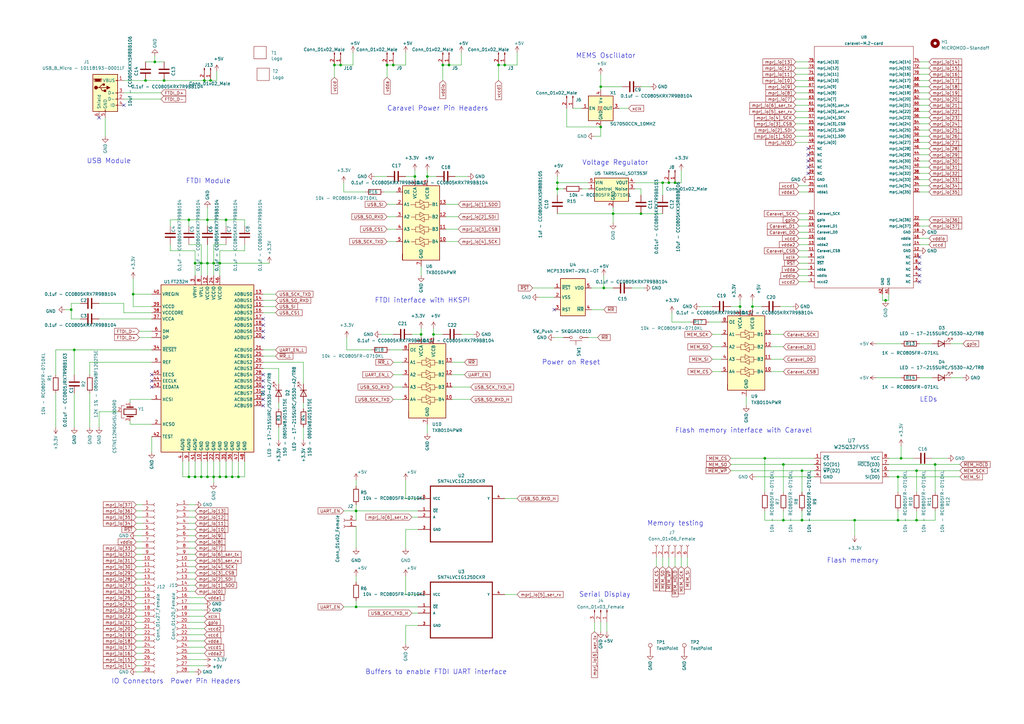
<source format=kicad_sch>
(kicad_sch (version 20230121) (generator eeschema)
  (paper "A3")
  (junction (at 375.92 213.36))
  (junction (at 246.38 35.56))
  (junction (at 228.6 74.93))
  (junction (at 175.26 72.39))
  (junction (at 97.79 195.58))
  (junction (at 246.38 52.07))
  (junction (at 161.29 26.67))
  (junction (at 85.09 90.17))
  (junction (at 85.09 195.58))
  (junction (at 368.3 195.58))
  (junction (at 303.53 125.73))
  (junction (at 207.01 26.67))
  (junction (at 30.48 143.51))
  (junction (at 177.8 137.16))
  (junction (at 67.31 33.02))
  (junction (at 368.3 213.36))
  (junction (at 328.93 213.36))
  (junction (at 158.75 26.67))
  (junction (at 375.92 193.04))
  (junction (at 247.65 118.11))
  (junction (at 85.09 107.95))
  (junction (at 313.69 187.96))
  (junction (at 146.05 248.92))
  (junction (at 92.71 195.58))
  (junction (at 77.47 195.58))
  (junction (at 369.57 187.96))
  (junction (at 77.47 90.17))
  (junction (at 170.18 72.39))
  (junction (at 87.63 195.58))
  (junction (at 383.54 190.5))
  (junction (at 87.63 107.95))
  (junction (at 54.61 120.65))
  (junction (at 274.32 74.93))
  (junction (at 350.52 213.36))
  (junction (at 29.21 127))
  (junction (at 172.72 137.16))
  (junction (at 137.16 26.67))
  (junction (at 204.47 26.67))
  (junction (at 90.17 195.58))
  (junction (at 82.55 195.58))
  (junction (at 328.93 193.04))
  (junction (at 184.15 26.67))
  (junction (at 262.89 87.63))
  (junction (at 90.17 107.95))
  (junction (at 271.78 74.93))
  (junction (at 308.61 125.73))
  (junction (at 80.01 107.95))
  (junction (at 228.6 77.47))
  (junction (at 59.69 33.02))
  (junction (at 276.86 74.93))
  (junction (at 251.46 87.63))
  (junction (at 181.61 26.67))
  (junction (at 363.22 123.19))
  (junction (at 146.05 209.55))
  (junction (at 139.7 26.67))
  (junction (at 83.82 33.02))
  (junction (at 321.31 190.5))
  (junction (at 86.36 33.02))
  (junction (at 95.25 195.58))
  (junction (at 80.01 195.58))
  (junction (at 321.31 213.36))
  (junction (at 63.5 25.4))
  (junction (at 92.71 90.17))
  (junction (at 82.55 107.95))
  (no_connect (at 331.47 68.58))
  (no_connect (at 107.95 138.43))
  (no_connect (at 107.95 133.35))
  (no_connect (at 331.47 60.96))
  (no_connect (at 62.23 158.75))
  (no_connect (at 62.23 153.67))
  (no_connect (at 62.23 156.21))
  (no_connect (at 107.95 130.81))
  (no_connect (at 107.95 135.89))
  (no_connect (at 331.47 63.5))
  (no_connect (at 40.64 48.26))
  (no_connect (at 50.8 43.18))
  (no_connect (at 377.19 110.49))
  (no_connect (at 107.95 163.83))
  (no_connect (at 377.19 115.57))
  (no_connect (at 227.33 127))
  (no_connect (at 377.19 113.03))
  (no_connect (at 107.95 158.75))
  (no_connect (at 331.47 71.12))
  (no_connect (at 107.95 156.21))
  (no_connect (at 107.95 161.29))
  (no_connect (at 377.19 105.41))
  (no_connect (at 331.47 66.04))
  (no_connect (at 377.19 107.95))
  (no_connect (at 107.95 166.37))
  (no_connect (at 107.95 153.67))
  (wire (pts (xy 22.86 161.29) (xy 22.86 175.26)))
  (wire (pts (xy 29.21 127) (xy 29.21 124.46)))
  (wire (pts (xy 381 78.74) (xy 377.19 78.74)))
  (wire (pts (xy 142.24 143.51) (xy 152.4 143.51)))
  (wire (pts (xy 67.31 33.02) (xy 83.82 33.02)))
  (wire (pts (xy 80.01 240.03) (xy 77.47 240.03)))
  (wire (pts (xy 53.34 172.72) (xy 53.34 173.99)))
  (wire (pts (xy 389.89 154.94) (xy 394.97 154.94)))
  (wire (pts (xy 171.45 204.47) (xy 166.37 204.47)))
  (wire (pts (xy 364.49 190.5) (xy 383.54 190.5)))
  (wire (pts (xy 55.88 252.73) (xy 58.42 252.73)))
  (wire (pts (xy 228.6 74.93) (xy 228.6 77.47)))
  (wire (pts (xy 271.78 74.93) (xy 271.78 80.01)))
  (wire (pts (xy 321.31 190.5) (xy 321.31 201.93)))
  (wire (pts (xy 292.1 125.73) (xy 287.02 125.73)))
  (wire (pts (xy 30.48 143.51) (xy 62.23 143.51)))
  (wire (pts (xy 74.93 195.58) (xy 77.47 195.58)))
  (wire (pts (xy 331.47 43.18) (xy 326.39 43.18)))
  (wire (pts (xy 275.59 128.27) (xy 275.59 132.08)))
  (wire (pts (xy 242.57 118.11) (xy 247.65 118.11)))
  (wire (pts (xy 331.47 105.41) (xy 327.66 105.41)))
  (wire (pts (xy 242.57 127) (xy 247.65 127)))
  (wire (pts (xy 58.42 237.49) (xy 55.88 237.49)))
  (wire (pts (xy 251.46 87.63) (xy 262.89 87.63)))
  (wire (pts (xy 80.01 195.58) (xy 82.55 195.58)))
  (wire (pts (xy 90.17 113.03) (xy 90.17 107.95)))
  (wire (pts (xy 320.04 125.73) (xy 325.12 125.73)))
  (wire (pts (xy 54.61 125.73) (xy 62.23 125.73)))
  (wire (pts (xy 212.09 26.67) (xy 212.09 21.59)))
  (wire (pts (xy 100.33 90.17) (xy 100.33 92.71)))
  (wire (pts (xy 146.05 199.39) (xy 146.05 196.85)))
  (wire (pts (xy 158.75 26.67) (xy 158.75 31.75)))
  (wire (pts (xy 331.47 58.42) (xy 326.39 58.42)))
  (wire (pts (xy 90.17 107.95) (xy 90.17 102.87)))
  (wire (pts (xy 207.01 26.67) (xy 212.09 26.67)))
  (wire (pts (xy 381 90.17) (xy 377.19 90.17)))
  (wire (pts (xy 100.33 195.58) (xy 97.79 195.58)))
  (wire (pts (xy 321.31 209.55) (xy 321.31 213.36)))
  (wire (pts (xy 331.47 76.2) (xy 327.66 76.2)))
  (wire (pts (xy 144.78 26.67) (xy 144.78 21.59)))
  (wire (pts (xy 146.05 224.79) (xy 146.05 215.9)))
  (wire (pts (xy 58.42 232.41) (xy 55.88 232.41)))
  (wire (pts (xy 124.46 180.34) (xy 124.46 175.26)))
  (wire (pts (xy 228.6 74.93) (xy 241.3 74.93)))
  (wire (pts (xy 83.82 245.11) (xy 77.47 245.11)))
  (wire (pts (xy 331.47 107.95) (xy 327.66 107.95)))
  (wire (pts (xy 175.26 69.85) (xy 175.26 72.39)))
  (wire (pts (xy 54.61 120.65) (xy 62.23 120.65)))
  (wire (pts (xy 381 50.8) (xy 377.19 50.8)))
  (wire (pts (xy 40.64 124.46) (xy 50.8 124.46)))
  (wire (pts (xy 308.61 123.19) (xy 308.61 125.73)))
  (wire (pts (xy 238.76 77.47) (xy 241.3 77.47)))
  (wire (pts (xy 50.8 33.02) (xy 59.69 33.02)))
  (wire (pts (xy 262.89 87.63) (xy 271.78 87.63)))
  (wire (pts (xy 246.38 36.83) (xy 246.38 35.56)))
  (wire (pts (xy 58.42 247.65) (xy 55.88 247.65)))
  (wire (pts (xy 271.78 74.93) (xy 274.32 74.93)))
  (wire (pts (xy 124.46 148.59) (xy 107.95 148.59)))
  (wire (pts (xy 313.69 187.96) (xy 313.69 201.93)))
  (wire (pts (xy 331.47 55.88) (xy 326.39 55.88)))
  (wire (pts (xy 389.89 140.97) (xy 394.97 140.97)))
  (wire (pts (xy 161.29 148.59) (xy 165.1 148.59)))
  (wire (pts (xy 275.59 132.08) (xy 283.21 132.08)))
  (wire (pts (xy 80.01 102.87) (xy 69.85 102.87)))
  (wire (pts (xy 92.71 90.17) (xy 92.71 92.71)))
  (wire (pts (xy 80.01 214.63) (xy 77.47 214.63)))
  (wire (pts (xy 137.16 26.67) (xy 139.7 26.67)))
  (wire (pts (xy 331.47 110.49) (xy 327.66 110.49)))
  (wire (pts (xy 92.71 189.23) (xy 92.71 195.58)))
  (wire (pts (xy 271.78 228.6) (xy 271.78 232.41)))
  (wire (pts (xy 381 63.5) (xy 377.19 63.5)))
  (wire (pts (xy 83.82 252.73) (xy 77.47 252.73)))
  (wire (pts (xy 85.09 195.58) (xy 87.63 195.58)))
  (wire (pts (xy 228.6 77.47) (xy 231.14 77.47)))
  (wire (pts (xy 381 68.58) (xy 377.19 68.58)))
  (wire (pts (xy 55.88 270.51) (xy 58.42 270.51)))
  (wire (pts (xy 251.46 87.63) (xy 251.46 91.44)))
  (wire (pts (xy 95.25 195.58) (xy 92.71 195.58)))
  (wire (pts (xy 87.63 100.33) (xy 92.71 100.33)))
  (wire (pts (xy 58.42 227.33) (xy 55.88 227.33)))
  (wire (pts (xy 166.37 264.16) (xy 166.37 256.54)))
  (wire (pts (xy 299.72 125.73) (xy 303.53 125.73)))
  (wire (pts (xy 82.55 100.33) (xy 77.47 100.33)))
  (wire (pts (xy 40.64 168.91) (xy 48.26 168.91)))
  (wire (pts (xy 299.72 187.96) (xy 313.69 187.96)))
  (wire (pts (xy 246.38 35.56) (xy 246.38 30.48)))
  (wire (pts (xy 383.54 213.36) (xy 383.54 209.55)))
  (wire (pts (xy 234.95 44.45) (xy 238.76 44.45)))
  (wire (pts (xy 274.32 74.93) (xy 276.86 74.93)))
  (wire (pts (xy 30.48 161.29) (xy 30.48 175.26)))
  (wire (pts (xy 308.61 125.73) (xy 308.61 127)))
  (wire (pts (xy 80.01 237.49) (xy 77.47 237.49)))
  (wire (pts (xy 259.08 118.11) (xy 264.16 118.11)))
  (wire (pts (xy 90.17 102.87) (xy 100.33 102.87)))
  (wire (pts (xy 303.53 123.19) (xy 303.53 125.73)))
  (wire (pts (xy 50.8 128.27) (xy 62.23 128.27)))
  (wire (pts (xy 63.5 22.86) (xy 63.5 25.4)))
  (wire (pts (xy 77.47 262.89) (xy 83.82 262.89)))
  (wire (pts (xy 166.37 196.85) (xy 166.37 204.47)))
  (wire (pts (xy 166.37 217.17) (xy 171.45 217.17)))
  (wire (pts (xy 58.42 242.57) (xy 55.88 242.57)))
  (wire (pts (xy 274.32 228.6) (xy 274.32 232.41)))
  (wire (pts (xy 80.01 217.17) (xy 77.47 217.17)))
  (wire (pts (xy 58.42 217.17) (xy 55.88 217.17)))
  (wire (pts (xy 185.42 148.59) (xy 190.5 148.59)))
  (wire (pts (xy 381 33.02) (xy 377.19 33.02)))
  (wire (pts (xy 381 45.72) (xy 377.19 45.72)))
  (wire (pts (xy 77.47 265.43) (xy 83.82 265.43)))
  (wire (pts (xy 85.09 107.95) (xy 85.09 100.33)))
  (wire (pts (xy 83.82 273.05) (xy 77.47 273.05)))
  (wire (pts (xy 316.23 142.24) (xy 321.31 142.24)))
  (wire (pts (xy 383.54 190.5) (xy 393.7 190.5)))
  (wire (pts (xy 166.37 72.39) (xy 170.18 72.39)))
  (wire (pts (xy 182.88 83.82) (xy 187.96 83.82)))
  (wire (pts (xy 331.47 92.71) (xy 327.66 92.71)))
  (wire (pts (xy 331.47 38.1) (xy 326.39 38.1)))
  (wire (pts (xy 158.75 99.06) (xy 162.56 99.06)))
  (wire (pts (xy 312.42 125.73) (xy 308.61 125.73)))
  (wire (pts (xy 171.45 243.84) (xy 166.37 243.84)))
  (wire (pts (xy 381 76.2) (xy 377.19 76.2)))
  (wire (pts (xy 161.29 26.67) (xy 166.37 26.67)))
  (wire (pts (xy 100.33 102.87) (xy 100.33 100.33)))
  (wire (pts (xy 55.88 262.89) (xy 58.42 262.89)))
  (wire (pts (xy 368.3 213.36) (xy 375.92 213.36)))
  (wire (pts (xy 80.01 209.55) (xy 77.47 209.55)))
  (wire (pts (xy 182.88 88.9) (xy 187.96 88.9)))
  (wire (pts (xy 77.47 260.35) (xy 83.82 260.35)))
  (wire (pts (xy 220.98 121.92) (xy 227.33 121.92)))
  (wire (pts (xy 313.69 213.36) (xy 321.31 213.36)))
  (wire (pts (xy 171.45 248.92) (xy 146.05 248.92)))
  (wire (pts (xy 168.91 212.09) (xy 171.45 212.09)))
  (wire (pts (xy 69.85 102.87) (xy 69.85 100.33)))
  (wire (pts (xy 146.05 213.36) (xy 146.05 209.55)))
  (wire (pts (xy 228.6 77.47) (xy 228.6 80.01)))
  (wire (pts (xy 83.82 250.19) (xy 77.47 250.19)))
  (wire (pts (xy 58.42 250.19) (xy 55.88 250.19)))
  (wire (pts (xy 158.75 26.67) (xy 161.29 26.67)))
  (wire (pts (xy 381 73.66) (xy 377.19 73.66)))
  (wire (pts (xy 146.05 209.55) (xy 140.97 209.55)))
  (wire (pts (xy 331.47 102.87) (xy 327.66 102.87)))
  (wire (pts (xy 82.55 189.23) (xy 82.55 195.58)))
  (wire (pts (xy 175.26 72.39) (xy 175.26 73.66)))
  (wire (pts (xy 85.09 113.03) (xy 85.09 107.95)))
  (wire (pts (xy 381 25.4) (xy 377.19 25.4)))
  (wire (pts (xy 172.72 134.62) (xy 172.72 137.16)))
  (wire (pts (xy 114.3 167.64) (xy 114.3 165.1)))
  (wire (pts (xy 375.92 193.04) (xy 393.7 193.04)))
  (wire (pts (xy 189.23 26.67) (xy 189.23 21.59)))
  (wire (pts (xy 313.69 213.36) (xy 313.69 209.55)))
  (wire (pts (xy 383.54 190.5) (xy 383.54 201.93)))
  (wire (pts (xy 241.3 138.43) (xy 245.11 138.43)))
  (wire (pts (xy 62.23 185.42) (xy 62.23 179.07)))
  (wire (pts (xy 170.18 72.39) (xy 170.18 73.66)))
  (wire (pts (xy 80.01 224.79) (xy 77.47 224.79)))
  (wire (pts (xy 331.47 90.17) (xy 327.66 90.17)))
  (wire (pts (xy 80.01 212.09) (xy 77.47 212.09)))
  (wire (pts (xy 381 97.79) (xy 377.19 97.79)))
  (wire (pts (xy 175.26 173.99) (xy 175.26 177.8)))
  (wire (pts (xy 218.44 118.11) (xy 227.33 118.11)))
  (wire (pts (xy 83.82 255.27) (xy 77.47 255.27)))
  (wire (pts (xy 279.4 69.85) (xy 279.4 74.93)))
  (wire (pts (xy 381 48.26) (xy 377.19 48.26)))
  (wire (pts (xy 331.47 115.57) (xy 327.66 115.57)))
  (wire (pts (xy 331.47 25.4) (xy 326.39 25.4)))
  (wire (pts (xy 276.86 228.6) (xy 276.86 232.41)))
  (wire (pts (xy 168.91 251.46) (xy 171.45 251.46)))
  (wire (pts (xy 381 71.12) (xy 377.19 71.12)))
  (wire (pts (xy 157.48 78.74) (xy 162.56 78.74)))
  (wire (pts (xy 247.65 118.11) (xy 247.65 113.03)))
  (wire (pts (xy 179.07 72.39) (xy 175.26 72.39)))
  (wire (pts (xy 204.47 33.02) (xy 204.47 26.67)))
  (wire (pts (xy 247.65 118.11) (xy 251.46 118.11)))
  (wire (pts (xy 77.47 207.01) (xy 80.01 207.01)))
  (wire (pts (xy 181.61 26.67) (xy 184.15 26.67)))
  (wire (pts (xy 97.79 195.58) (xy 95.25 195.58)))
  (wire (pts (xy 55.88 257.81) (xy 58.42 257.81)))
  (wire (pts (xy 55.88 267.97) (xy 58.42 267.97)))
  (wire (pts (xy 207.01 243.84) (xy 212.09 243.84)))
  (wire (pts (xy 364.49 120.65) (xy 364.49 123.19)))
  (wire (pts (xy 40.64 130.81) (xy 62.23 130.81)))
  (wire (pts (xy 124.46 148.59) (xy 124.46 157.48)))
  (wire (pts (xy 87.63 113.03) (xy 87.63 107.95)))
  (wire (pts (xy 160.02 143.51) (xy 165.1 143.51)))
  (wire (pts (xy 204.47 26.67) (xy 207.01 26.67)))
  (wire (pts (xy 90.17 195.58) (xy 87.63 195.58)))
  (wire (pts (xy 124.46 167.64) (xy 124.46 165.1)))
  (wire (pts (xy 90.17 107.95) (xy 110.49 107.95)))
  (wire (pts (xy 269.24 228.6) (xy 269.24 232.41)))
  (wire (pts (xy 140.97 74.93) (xy 140.97 78.74)))
  (wire (pts (xy 172.72 109.22) (xy 172.72 113.03)))
  (wire (pts (xy 316.23 147.32) (xy 321.31 147.32)))
  (wire (pts (xy 77.47 90.17) (xy 85.09 90.17)))
  (wire (pts (xy 58.42 219.71) (xy 55.88 219.71)))
  (wire (pts (xy 54.61 114.3) (xy 54.61 120.65)))
  (wire (pts (xy 54.61 120.65) (xy 54.61 125.73)))
  (wire (pts (xy 83.82 247.65) (xy 77.47 247.65)))
  (wire (pts (xy 161.29 153.67) (xy 165.1 153.67)))
  (wire (pts (xy 142.24 138.43) (xy 142.24 143.51)))
  (wire (pts (xy 369.57 182.88) (xy 369.57 187.96)))
  (wire (pts (xy 331.47 48.26) (xy 326.39 48.26)))
  (wire (pts (xy 350.52 219.71) (xy 350.52 213.36)))
  (wire (pts (xy 316.23 152.4) (xy 321.31 152.4)))
  (wire (pts (xy 207.01 204.47) (xy 212.09 204.47)))
  (wire (pts (xy 29.21 130.81) (xy 33.02 130.81)))
  (wire (pts (xy 381 60.96) (xy 377.19 60.96)))
  (wire (pts (xy 85.09 107.95) (xy 87.63 107.95)))
  (wire (pts (xy 58.42 224.79) (xy 55.88 224.79)))
  (wire (pts (xy 63.5 25.4) (xy 67.31 25.4)))
  (wire (pts (xy 262.89 77.47) (xy 262.89 80.01)))
  (wire (pts (xy 77.47 90.17) (xy 69.85 90.17)))
  (wire (pts (xy 177.8 134.62) (xy 177.8 137.16)))
  (wire (pts (xy 92.71 90.17) (xy 100.33 90.17)))
  (wire (pts (xy 381 66.04) (xy 377.19 66.04)))
  (wire (pts (xy 77.47 270.51) (xy 83.82 270.51)))
  (wire (pts (xy 82.55 195.58) (xy 85.09 195.58)))
  (wire (pts (xy 331.47 87.63) (xy 327.66 87.63)))
  (wire (pts (xy 381 58.42) (xy 377.19 58.42)))
  (wire (pts (xy 369.57 187.96) (xy 374.65 187.96)))
  (wire (pts (xy 82.55 107.95) (xy 85.09 107.95)))
  (wire (pts (xy 368.3 195.58) (xy 393.7 195.58)))
  (wire (pts (xy 246.38 55.88) (xy 246.38 52.07)))
  (wire (pts (xy 55.88 273.05) (xy 58.42 273.05)))
  (wire (pts (xy 83.82 33.02) (xy 86.36 33.02)))
  (wire (pts (xy 77.47 257.81) (xy 83.82 257.81)))
  (wire (pts (xy 85.09 90.17) (xy 92.71 90.17)))
  (wire (pts (xy 36.83 153.67) (xy 36.83 148.59)))
  (wire (pts (xy 80.01 222.25) (xy 77.47 222.25)))
  (wire (pts (xy 260.35 74.93) (xy 271.78 74.93)))
  (wire (pts (xy 80.01 189.23) (xy 80.01 195.58)))
  (wire (pts (xy 114.3 180.34) (xy 114.3 175.26)))
  (wire (pts (xy 331.47 95.25) (xy 327.66 95.25)))
  (wire (pts (xy 166.37 224.79) (xy 166.37 217.17)))
  (wire (pts (xy 158.75 83.82) (xy 162.56 83.82)))
  (wire (pts (xy 58.42 245.11) (xy 55.88 245.11)))
  (wire (pts (xy 328.93 213.36) (xy 350.52 213.36)))
  (wire (pts (xy 328.93 193.04) (xy 328.93 201.93)))
  (wire (pts (xy 58.42 209.55) (xy 55.88 209.55)))
  (wire (pts (xy 36.83 161.29) (xy 36.83 175.26)))
  (wire (pts (xy 158.75 93.98) (xy 162.56 93.98)))
  (wire (pts (xy 331.47 100.33) (xy 327.66 100.33)))
  (wire (pts (xy 331.47 33.02) (xy 326.39 33.02)))
  (wire (pts (xy 170.18 69.85) (xy 170.18 72.39)))
  (wire (pts (xy 58.42 275.59) (xy 55.88 275.59)))
  (wire (pts (xy 232.41 44.45) (xy 232.41 52.07)))
  (wire (pts (xy 80.01 227.33) (xy 77.47 227.33)))
  (wire (pts (xy 87.63 107.95) (xy 90.17 107.95)))
  (wire (pts (xy 58.42 229.87) (xy 55.88 229.87)))
  (wire (pts (xy 30.48 153.67) (xy 30.48 143.51)))
  (wire (pts (xy 331.47 97.79) (xy 327.66 97.79)))
  (wire (pts (xy 172.72 137.16) (xy 172.72 138.43)))
  (wire (pts (xy 381 38.1) (xy 377.19 38.1)))
  (wire (pts (xy 85.09 92.71) (xy 85.09 90.17)))
  (wire (pts (xy 80.01 242.57) (xy 77.47 242.57)))
  (wire (pts (xy 55.88 265.43) (xy 58.42 265.43)))
  (wire (pts (xy 80.01 107.95) (xy 82.55 107.95)))
  (wire (pts (xy 146.05 248.92) (xy 140.97 248.92)))
  (wire (pts (xy 364.49 123.19) (xy 363.22 123.19)))
  (wire (pts (xy 168.91 137.16) (xy 172.72 137.16)))
  (wire (pts (xy 228.6 72.39) (xy 228.6 74.93)))
  (wire (pts (xy 381 35.56) (xy 377.19 35.56)))
  (wire (pts (xy 36.83 148.59) (xy 62.23 148.59)))
  (wire (pts (xy 88.9 29.21) (xy 88.9 33.02)))
  (wire (pts (xy 43.18 48.26) (xy 43.18 55.88)))
  (wire (pts (xy 306.07 162.56) (xy 306.07 166.37)))
  (wire (pts (xy 313.69 187.96) (xy 334.01 187.96)))
  (wire (pts (xy 86.36 33.02) (xy 88.9 33.02)))
  (wire (pts (xy 381 100.33) (xy 377.19 100.33)))
  (wire (pts (xy 146.05 207.01) (xy 146.05 209.55)))
  (wire (pts (xy 331.47 30.48) (xy 326.39 30.48)))
  (wire (pts (xy 246.38 255.27) (xy 246.38 259.08)))
  (wire (pts (xy 292.1 137.16) (xy 295.91 137.16)))
  (wire (pts (xy 262.89 35.56) (xy 266.7 35.56)))
  (wire (pts (xy 368.3 195.58) (xy 368.3 201.93)))
  (wire (pts (xy 243.84 55.88) (xy 246.38 55.88)))
  (wire (pts (xy 29.21 124.46) (xy 33.02 124.46)))
  (wire (pts (xy 77.47 275.59) (xy 80.01 275.59)))
  (wire (pts (xy 82.55 107.95) (xy 82.55 100.33)))
  (wire (pts (xy 59.69 33.02) (xy 67.31 33.02)))
  (wire (pts (xy 364.49 193.04) (xy 375.92 193.04)))
  (wire (pts (xy 82.55 113.03) (xy 82.55 107.95)))
  (wire (pts (xy 87.63 189.23) (xy 87.63 195.58)))
  (wire (pts (xy 227.33 138.43) (xy 231.14 138.43)))
  (wire (pts (xy 161.29 158.75) (xy 165.1 158.75)))
  (wire (pts (xy 57.15 135.89) (xy 62.23 135.89)))
  (wire (pts (xy 107.95 143.51) (xy 113.03 143.51)))
  (wire (pts (xy 90.17 189.23) (xy 90.17 195.58)))
  (wire (pts (xy 331.47 35.56) (xy 326.39 35.56)))
  (wire (pts (xy 166.37 256.54) (xy 171.45 256.54)))
  (wire (pts (xy 137.16 26.67) (xy 137.16 31.75)))
  (wire (pts (xy 243.84 255.27) (xy 243.84 259.08)))
  (wire (pts (xy 58.42 222.25) (xy 55.88 222.25)))
  (wire (pts (xy 80.01 229.87) (xy 77.47 229.87)))
  (wire (pts (xy 363.22 123.19) (xy 361.95 123.19)))
  (wire (pts (xy 26.67 127) (xy 29.21 127)))
  (wire (pts (xy 185.42 158.75) (xy 193.04 158.75)))
  (wire (pts (xy 292.1 152.4) (xy 295.91 152.4)))
  (wire (pts (xy 361.95 123.19) (xy 361.95 120.65)))
  (wire (pts (xy 107.95 128.27) (xy 113.03 128.27)))
  (wire (pts (xy 381 92.71) (xy 377.19 92.71)))
  (wire (pts (xy 290.83 132.08) (xy 295.91 132.08)))
  (wire (pts (xy 77.47 267.97) (xy 83.82 267.97)))
  (wire (pts (xy 107.95 125.73) (xy 113.03 125.73)))
  (wire (pts (xy 80.01 232.41) (xy 77.47 232.41)))
  (wire (pts (xy 53.34 173.99) (xy 62.23 173.99)))
  (wire (pts (xy 58.42 212.09) (xy 55.88 212.09)))
  (wire (pts (xy 77.47 189.23) (xy 77.47 195.58)))
  (wire (pts (xy 350.52 213.36) (xy 368.3 213.36)))
  (wire (pts (xy 248.92 255.27) (xy 248.92 259.08)))
  (wire (pts (xy 50.8 40.64) (xy 66.04 40.64)))
  (wire (pts (xy 77.47 195.58) (xy 80.01 195.58)))
  (wire (pts (xy 181.61 33.02) (xy 181.61 26.67)))
  (wire (pts (xy 186.69 72.39) (xy 191.77 72.39)))
  (wire (pts (xy 381 27.94) (xy 377.19 27.94)))
  (wire (pts (xy 53.34 165.1) (xy 53.34 163.83)))
  (wire (pts (xy 100.33 189.23) (xy 100.33 195.58)))
  (wire (pts (xy 22.86 153.67) (xy 22.86 143.51)))
  (wire (pts (xy 381 40.64) (xy 377.19 40.64)))
  (wire (pts (xy 228.6 87.63) (xy 251.46 87.63)))
  (wire (pts (xy 281.94 228.6) (xy 281.94 232.41)))
  (wire (pts (xy 22.86 143.51) (xy 30.48 143.51)))
  (wire (pts (xy 382.27 187.96) (xy 388.62 187.96)))
  (wire (pts (xy 50.8 124.46) (xy 50.8 128.27)))
  (wire (pts (xy 85.09 90.17) (xy 85.09 85.09)))
  (wire (pts (xy 279.4 228.6) (xy 279.4 232.41)))
  (wire (pts (xy 55.88 260.35) (xy 58.42 260.35)))
  (wire (pts (xy 321.31 190.5) (xy 334.01 190.5)))
  (wire (pts (xy 114.3 151.13) (xy 114.3 157.48)))
  (wire (pts (xy 107.95 146.05) (xy 113.03 146.05)))
  (wire (pts (xy 359.41 154.94) (xy 369.57 154.94)))
  (wire (pts (xy 292.1 147.32) (xy 295.91 147.32)))
  (wire (pts (xy 182.88 99.06) (xy 187.96 99.06)))
  (wire (pts (xy 375.92 213.36) (xy 383.54 213.36)))
  (wire (pts (xy 166.37 236.22) (xy 166.37 243.84)))
  (wire (pts (xy 331.47 40.64) (xy 326.39 40.64)))
  (wire (pts (xy 246.38 35.56) (xy 255.27 35.56)))
  (wire (pts (xy 276.86 74.93) (xy 279.4 74.93)))
  (wire (pts (xy 107.95 123.19) (xy 113.03 123.19)))
  (wire (pts (xy 309.88 195.58) (xy 334.01 195.58)))
  (wire (pts (xy 181.61 137.16) (xy 177.8 137.16)))
  (wire (pts (xy 80.01 219.71) (xy 77.47 219.71)))
  (wire (pts (xy 58.42 207.01) (xy 55.88 207.01)))
  (wire (pts (xy 158.75 72.39) (xy 153.67 72.39)))
  (wire (pts (xy 92.71 195.58) (xy 90.17 195.58)))
  (wire (pts (xy 232.41 52.07) (xy 246.38 52.07)))
  (wire (pts (xy 87.63 198.12) (xy 87.63 195.58)))
  (wire (pts (xy 260.35 77.47) (xy 262.89 77.47)))
  (wire (pts (xy 29.21 127) (xy 29.21 130.81)))
  (wire (pts (xy 328.93 193.04) (xy 334.01 193.04)))
  (wire (pts (xy 292.1 142.24) (xy 295.91 142.24)))
  (wire (pts (xy 331.47 45.72) (xy 326.39 45.72)))
  (wire (pts (xy 166.37 26.67) (xy 166.37 21.59)))
  (wire (pts (xy 381 30.48) (xy 377.19 30.48)))
  (wire (pts (xy 251.46 85.09) (xy 251.46 87.63)))
  (wire (pts (xy 331.47 53.34) (xy 326.39 53.34)))
  (wire (pts (xy 375.92 209.55) (xy 375.92 213.36)))
  (wire (pts (xy 146.05 246.38) (xy 146.05 248.92)))
  (wire (pts (xy 161.29 163.83) (xy 165.1 163.83)))
  (wire (pts (xy 177.8 137.16) (xy 177.8 138.43)))
  (wire (pts (xy 381 53.34) (xy 377.19 53.34)))
  (wire (pts (xy 185.42 153.67) (xy 190.5 153.67)))
  (wire (pts (xy 299.72 193.04) (xy 328.93 193.04)))
  (wire (pts (xy 182.88 93.98) (xy 187.96 93.98)))
  (wire (pts (xy 87.63 107.95) (xy 87.63 100.33)))
  (wire (pts (xy 331.47 27.94) (xy 326.39 27.94)))
  (wire (pts (xy 58.42 214.63) (xy 55.88 214.63)))
  (wire (pts (xy 146.05 238.76) (xy 146.05 236.22)))
  (wire (pts (xy 364.49 195.58) (xy 368.3 195.58)))
  (wire (pts (xy 74.93 189.23) (xy 74.93 195.58)))
  (wire (pts (xy 80.01 107.95) (xy 80.01 113.03)))
  (wire (pts (xy 171.45 209.55) (xy 146.05 209.55)))
  (wire (pts (xy 50.8 38.1) (xy 66.04 38.1)))
  (wire (pts (xy 303.53 125.73) (xy 303.53 127)))
  (wire (pts (xy 377.19 140.97) (xy 382.27 140.97)))
  (wire (pts (xy 359.41 140.97) (xy 369.57 140.97)))
  (wire (pts (xy 85.09 189.23) (xy 85.09 195.58)))
  (wire (pts (xy 95.25 189.23) (xy 95.25 195.58)))
  (wire (pts (xy 53.34 163.83) (xy 62.23 163.83)))
  (wire (pts (xy 377.19 154.94) (xy 382.27 154.94)))
  (wire (pts (xy 58.42 240.03) (xy 55.88 240.03)))
  (wire (pts (xy 40.64 175.26) (xy 40.64 168.91)))
  (wire (pts (xy 331.47 113.03) (xy 327.66 113.03)))
  (wire (pts (xy 381 55.88) (xy 377.19 55.88)))
  (wire (pts (xy 381 43.18) (xy 377.19 43.18)))
  (wire (pts (xy 139.7 26.67) (xy 144.78 26.67)))
  (wire (pts (xy 331.47 50.8) (xy 326.39 50.8)))
  (wire (pts (xy 59.69 25.4) (xy 63.5 25.4)))
  (wire (pts (xy 299.72 190.5) (xy 321.31 190.5)))
  (wire (pts (xy 161.29 137.16) (xy 156.21 137.16)))
  (wire (pts (xy 375.92 193.04) (xy 375.92 201.93)))
  (wire (pts (xy 331.47 78.74) (xy 327.66 78.74)))
  (wire (pts (xy 69.85 90.17) (xy 69.85 92.71)))
  (wire (pts (xy 77.47 92.71) (xy 77.47 90.17)))
  (wire (pts (xy 58.42 234.95) (xy 55.88 234.95)))
  (wire (pts (xy 189.23 137.16) (xy 194.31 137.16)))
  (wire (pts (xy 107.95 120.65) (xy 113.03 120.65)))
  (wire (pts (xy 80.01 234.95) (xy 77.47 234.95)))
  (wire (pts (xy 57.15 138.43) (xy 62.23 138.43)))
  (wire (pts (xy 97.79 189.23) (xy 97.79 195.58)))
  (wire (pts (xy 140.97 78.74) (xy 149.86 78.74)))
  (wire (pts (xy 184.15 26.67) (xy 189.23 26.67)))
  (wire (pts (xy 185.42 163.83) (xy 193.04 163.83)))
  (wire (pts (xy 80.01 102.87) (xy 80.01 107.95)))
  (wire (pts (xy 316.23 137.16) (xy 321.31 137.16)))
  (wire (pts (xy 321.31 213.36) (xy 328.93 213.36)))
  (wire (pts (xy 368.3 209.55) (xy 368.3 213.36)))
  (wire (pts (xy 364.49 187.96) (xy 369.57 187.96)))
  (wire (pts (xy 55.88 255.27) (xy 58.42 255.27)))
  (wire (pts (xy 158.75 88.9) (xy 162.56 88.9)))
  (wire (pts (xy 328.93 209.55) (xy 328.93 213.36)))
  (wire (pts (xy 254 44.45) (xy 257.81 44.45)))
  (wire (pts (xy 114.3 151.13) (xy 107.95 151.13)))
  (text "Serial Display" (at 237.49 245.11 0) (effects (font (size 2 2)) (justify left bottom)))
  (text "Flash memory interface with Caravel\n" (at 276.86 177.8 0) (effects (font (size 2 2)) (justify left bottom)))
  (text "Caravel Power Pin Headers" (at 158.75 45.72 0) (effects (font (size 2 2)) (justify left bottom)))
  (text "Power on Reset" (at 222.25 149.86 0) (effects (font (size 2 2)) (justify left bottom)))
  (text "Flash memory" (at 339.09 231.14 0) (effects (font (size 2 2)) (justify left bottom)))
  (text "Memory testing" (at 265.43 215.9 0) (effects (font (size 2 2)) (justify left bottom)))
  (text "FTDI interface with HKSPI\n" (at 153.67 124.46 0) (effects (font (size 2 2)) (justify left bottom)))
  (text "Power Pin Headers" (at 69.85 280.67 0) (effects (font (size 2 2)) (justify left bottom)))
  (text "LEDs" (at 377.19 165.1 0) (effects (font (size 2 2)) (justify left bottom)))
  (text "Voltage Regulator\n" (at 238.76 67.945 0) (effects (font (size 2 2)) (justify left bottom)))
  (text "IO Connectors\n" (at 45.72 280.67 0) (effects (font (size 2 2)) (justify left bottom)))
  (text "FTDI Module\n\n" (at 76.2 78.74 0) (effects (font (size 2 2)) (justify left bottom)))
  (text "USB Module\n" (at 35.56 67.31 0) (effects (font (size 2 2)) (justify left bottom)))
  (text "MEMS Oscillator" (at 236.22 24.13 0) (effects (font (size 2 2)) (justify left bottom)))
  (text "Buffers to enable FTDI UART interface" (at 149.86 276.86 0) (effects (font (size 2 2)) (justify left bottom)))
  (global_label "mprj_io[18]" (shape input) (at 381 35.56 0) (property "Intersheetrefs" "${INTERSHEET_REFS}" (effects hide)))
  (global_label "~{MR}_L" (shape input) (at 161.29 148.59 180) (property "Intersheetrefs" "${INTERSHEET_REFS}" (effects hide)))
  (global_label "Caravel_D0" (shape input) (at 327.66 95.25 180) (property "Intersheetrefs" "${INTERSHEET_REFS}" (effects hide)))
  (global_label "mprj_io[9]" (shape input) (at 326.39 35.56 180) (property "Intersheetrefs" "${INTERSHEET_REFS}" (effects hide)))
  (global_label "mprj_io[36]" (shape input) (at 381 90.17 0) (property "Intersheetrefs" "${INTERSHEET_REFS}" (effects hide)))
  (global_label "mprj_io[9]" (shape input) (at 80.01 219.71 0) (property "Intersheetrefs" "${INTERSHEET_REFS}" (effects hide)))
  (global_label "xclk" (shape input) (at 83.82 252.73 0) (property "Intersheetrefs" "${INTERSHEET_REFS}" (effects hide)))
  (global_label "MEM_SCK" (shape input) (at 292.1 137.16 180) (property "Intersheetrefs" "${INTERSHEET_REFS}" (effects hide)))
  (global_label "mprj_io[3]_CSB" (shape input) (at 187.96 93.98 0) (property "Intersheetrefs" "${INTERSHEET_REFS}" (effects hide)))
  (global_label "MEM_SI" (shape input) (at 281.94 232.41 270) (property "Intersheetrefs" "${INTERSHEET_REFS}" (effects hide)))
  (global_label "mprj_io[2]_SDI" (shape input) (at 80.01 237.49 0) (property "Intersheetrefs" "${INTERSHEET_REFS}" (effects hide)))
  (global_label "~{MEM_WP}" (shape input) (at 274.32 232.41 270) (property "Intersheetrefs" "${INTERSHEET_REFS}" (effects hide)))
  (global_label "USB_CS1" (shape input) (at 158.75 93.98 180) (property "Intersheetrefs" "${INTERSHEET_REFS}" (effects hide)))
  (global_label "USB_SO_RXD" (shape input) (at 161.29 158.75 180) (property "Intersheetrefs" "${INTERSHEET_REFS}" (effects hide)))
  (global_label "UART_EN" (shape input) (at 140.97 209.55 180) (property "Intersheetrefs" "${INTERSHEET_REFS}" (effects hide)))
  (global_label "mprj_io[33]" (shape input) (at 55.88 224.79 180) (property "Intersheetrefs" "${INTERSHEET_REFS}" (effects hide)))
  (global_label "mprj_io[22]" (shape input) (at 381 45.72 0) (property "Intersheetrefs" "${INTERSHEET_REFS}" (effects hide)))
  (global_label "mprj_io[35]" (shape input) (at 381 78.74 0) (property "Intersheetrefs" "${INTERSHEET_REFS}" (effects hide)))
  (global_label "~{MR}" (shape input) (at 190.5 148.59 0) (property "Intersheetrefs" "${INTERSHEET_REFS}" (effects hide)))
  (global_label "MEM_SCK" (shape input) (at 393.7 193.04 0) (property "Intersheetrefs" "${INTERSHEET_REFS}" (effects hide)))
  (global_label "mprj_io[29]" (shape input) (at 55.88 234.95 180) (property "Intersheetrefs" "${INTERSHEET_REFS}" (effects hide)))
  (global_label "vdda1" (shape input) (at 83.82 245.11 0) (property "Intersheetrefs" "${INTERSHEET_REFS}" (effects hide)))
  (global_label "gpio" (shape input) (at 83.82 255.27 0) (property "Intersheetrefs" "${INTERSHEET_REFS}" (effects hide)))
  (global_label "vddio" (shape input) (at 381 97.79 0) (property "Intersheetrefs" "${INTERSHEET_REFS}" (effects hide)))
  (global_label "~{MR}" (shape input) (at 245.11 138.43 0) (property "Intersheetrefs" "${INTERSHEET_REFS}" (effects hide)))
  (global_label "mprj_io[0]" (shape input) (at 80.01 242.57 0) (property "Intersheetrefs" "${INTERSHEET_REFS}" (effects hide)))
  (global_label "vccd2" (shape input) (at 327.66 115.57 180) (property "Intersheetrefs" "${INTERSHEET_REFS}" (effects hide)))
  (global_label "vccd1" (shape input) (at 204.47 33.02 270) (property "Intersheetrefs" "${INTERSHEET_REFS}" (effects hide)))
  (global_label "mprj_io[16]" (shape input) (at 55.88 267.97 180) (property "Intersheetrefs" "${INTERSHEET_REFS}" (effects hide)))
  (global_label "mprj_io[10]" (shape input) (at 80.01 217.17 0) (property "Intersheetrefs" "${INTERSHEET_REFS}" (effects hide)))
  (global_label "USB_SI" (shape input) (at 113.03 125.73 0) (property "Intersheetrefs" "${INTERSHEET_REFS}" (effects hide)))
  (global_label "mprj_io[32]" (shape input) (at 55.88 227.33 180) (property "Intersheetrefs" "${INTERSHEET_REFS}" (effects hide)))
  (global_label "mprj_io[37]" (shape input) (at 55.88 207.01 180) (property "Intersheetrefs" "${INTERSHEET_REFS}" (effects hide)))
  (global_label "mprj_io[19]" (shape input) (at 381 38.1 0) (property "Intersheetrefs" "${INTERSHEET_REFS}" (effects hide)))
  (global_label "MEM_SO" (shape input) (at 299.72 190.5 180) (property "Intersheetrefs" "${INTERSHEET_REFS}" (effects hide)))
  (global_label "FTDI_D+" (shape input) (at 66.04 38.1 0) (property "Intersheetrefs" "${INTERSHEET_REFS}" (effects hide)))
  (global_label "mprj_io[17]" (shape input) (at 381 33.02 0) (property "Intersheetrefs" "${INTERSHEET_REFS}" (effects hide)))
  (global_label "mprj_io[8]" (shape input) (at 80.01 222.25 0) (property "Intersheetrefs" "${INTERSHEET_REFS}" (effects hide)))
  (global_label "USB_SO_RXD_H" (shape input) (at 193.04 163.83 0) (property "Intersheetrefs" "${INTERSHEET_REFS}" (effects hide)))
  (global_label "mprj_io[11]" (shape input) (at 326.39 30.48 180) (property "Intersheetrefs" "${INTERSHEET_REFS}" (effects hide)))
  (global_label "vddio" (shape input) (at 55.88 222.25 180) (property "Intersheetrefs" "${INTERSHEET_REFS}" (effects hide)))
  (global_label "mprj_io[2]_SDI" (shape input) (at 326.39 53.34 180) (property "Intersheetrefs" "${INTERSHEET_REFS}" (effects hide)))
  (global_label "USB_SCK_TXD" (shape input) (at 161.29 163.83 180) (property "Intersheetrefs" "${INTERSHEET_REFS}" (effects hide)))
  (global_label "mprj_io[6]_ser_tx" (shape input) (at 326.39 43.18 180) (property "Intersheetrefs" "${INTERSHEET_REFS}" (effects hide)))
  (global_label "mprj_io[4]_SCK" (shape input) (at 187.96 99.06 0) (property "Intersheetrefs" "${INTERSHEET_REFS}" (effects hide)))
  (global_label "mprj_io[33]" (shape input) (at 381 73.66 0) (property "Intersheetrefs" "${INTERSHEET_REFS}" (effects hide)))
  (global_label "mprj_io[10]" (shape input) (at 326.39 33.02 180) (property "Intersheetrefs" "${INTERSHEET_REFS}" (effects hide)))
  (global_label "USB_SO_RXD" (shape input) (at 113.03 123.19 0) (property "Intersheetrefs" "${INTERSHEET_REFS}" (effects hide)))
  (global_label "USB_SCK_TXD_H" (shape input) (at 193.04 158.75 0) (property "Intersheetrefs" "${INTERSHEET_REFS}" (effects hide)))
  (global_label "~{RST}" (shape input) (at 55.88 217.17 180) (property "Intersheetrefs" "${INTERSHEET_REFS}" (effects hide)))
  (global_label "mprj_io[13]" (shape input) (at 80.01 209.55 0) (property "Intersheetrefs" "${INTERSHEET_REFS}" (effects hide)))
  (global_label "mprj_io[7]" (shape input) (at 326.39 40.64 180) (property "Intersheetrefs" "${INTERSHEET_REFS}" (effects hide)))
  (global_label "UART_EN" (shape input) (at 140.97 248.92 180) (property "Intersheetrefs" "${INTERSHEET_REFS}" (effects hide)))
  (global_label "~{MR}" (shape input) (at 247.65 127 0) (property "Intersheetrefs" "${INTERSHEET_REFS}" (effects hide)))
  (global_label "mprj_io[31]" (shape input) (at 55.88 229.87 180) (property "Intersheetrefs" "${INTERSHEET_REFS}" (effects hide)))
  (global_label "gpio" (shape input) (at 394.97 140.97 0) (property "Intersheetrefs" "${INTERSHEET_REFS}" (effects hide)))
  (global_label "mprj_io[23]" (shape input) (at 381 48.26 0) (property "Intersheetrefs" "${INTERSHEET_REFS}" (effects hide)))
  (global_label "mprj_io[11]" (shape input) (at 80.01 214.63 0) (property "Intersheetrefs" "${INTERSHEET_REFS}" (effects hide)))
  (global_label "vccd" (shape input) (at 381 100.33 0) (property "Intersheetrefs" "${INTERSHEET_REFS}" (effects hide)))
  (global_label "vccd" (shape input) (at 137.16 31.75 270) (property "Intersheetrefs" "${INTERSHEET_REFS}" (effects hide)))
  (global_label "USB_SCK_TXD" (shape input) (at 158.75 99.06 180) (property "Intersheetrefs" "${INTERSHEET_REFS}" (effects hide)))
  (global_label "mprj_io[20]" (shape input) (at 55.88 257.81 180) (property "Intersheetrefs" "${INTERSHEET_REFS}" (effects hide)))
  (global_label "Caravel_SCK" (shape input) (at 327.66 87.63 180) (property "Intersheetrefs" "${INTERSHEET_REFS}" (effects hide)))
  (global_label "UART_EN_L" (shape input) (at 113.03 143.51 0) (property "Intersheetrefs" "${INTERSHEET_REFS}" (effects hide)))
  (global_label "vddio" (shape input) (at 181.61 33.02 270) (property "Intersheetrefs" "${INTERSHEET_REFS}" (effects hide)))
  (global_label "vccd2" (shape input) (at 83.82 257.81 0) (property "Intersheetrefs" "${INTERSHEET_REFS}" (effects hide)))
  (global_label "mprj_io[12]" (shape input) (at 326.39 27.94 180) (property "Intersheetrefs" "${INTERSHEET_REFS}" (effects hide)))
  (global_label "mprj_io[0]" (shape input) (at 326.39 58.42 180) (property "Intersheetrefs" "${INTERSHEET_REFS}" (effects hide)))
  (global_label "mprj_io[5]_ser_rx" (shape input) (at 212.09 243.84 0) (property "Intersheetrefs" "${INTERSHEET_REFS}" (effects hide)))
  (global_label "mprj_io[31]" (shape input) (at 381 68.58 0) (property "Intersheetrefs" "${INTERSHEET_REFS}" (effects hide)))
  (global_label "mprj_io[37]" (shape input) (at 381 92.71 0) (property "Intersheetrefs" "${INTERSHEET_REFS}" (effects hide)))
  (global_label "mprj_io[21]" (shape input) (at 55.88 255.27 180) (property "Intersheetrefs" "${INTERSHEET_REFS}" (effects hide)))
  (global_label "vdda1" (shape input) (at 327.66 78.74 180) (property "Intersheetrefs" "${INTERSHEET_REFS}" (effects hide)))
  (global_label "mprj_io[36]" (shape input) (at 55.88 209.55 180) (property "Intersheetrefs" "${INTERSHEET_REFS}" (effects hide)))
  (global_label "~{RST}" (shape input) (at 218.44 118.11 180) (property "Intersheetrefs" "${INTERSHEET_REFS}" (effects hide)))
  (global_label "vdda" (shape input) (at 83.82 262.89 0) (property "Intersheetrefs" "${INTERSHEET_REFS}" (effects hide)))
  (global_label "FTDI_D-" (shape input) (at 66.04 40.64 0) (property "Intersheetrefs" "${INTERSHEET_REFS}" (effects hide)))
  (global_label "mprj_io[6]_ser_tx" (shape input) (at 243.84 259.08 270) (property "Intersheetrefs" "${INTERSHEET_REFS}" (effects hide)))
  (global_label "mprj_io[4]_SCK" (shape input) (at 80.01 232.41 0) (property "Intersheetrefs" "${INTERSHEET_REFS}" (effects hide)))
  (global_label "mprj_io[26]" (shape input) (at 55.88 242.57 180) (property "Intersheetrefs" "${INTERSHEET_REFS}" (effects hide)))
  (global_label "mprj_io[34]" (shape input) (at 381 76.2 0) (property "Intersheetrefs" "${INTERSHEET_REFS}" (effects hide)))
  (global_label "mprj_io[4]_SCK" (shape input) (at 326.39 48.26 180) (property "Intersheetrefs" "${INTERSHEET_REFS}" (effects hide)))
  (global_label "mprj_io[12]" (shape input) (at 80.01 212.09 0) (property "Intersheetrefs" "${INTERSHEET_REFS}" (effects hide)))
  (global_label "~{MEM_HOLD}" (shape input) (at 276.86 232.41 270) (property "Intersheetrefs" "${INTERSHEET_REFS}" (effects hide)))
  (global_label "vccd1" (shape input) (at 83.82 265.43 0) (property "Intersheetrefs" "${INTERSHEET_REFS}" (effects hide)))
  (global_label "~{MR}_L" (shape input) (at 113.03 146.05 0) (property "Intersheetrefs" "${INTERSHEET_REFS}" (effects hide)))
  (global_label "Caravel_CSB" (shape input) (at 327.66 102.87 180) (property "Intersheetrefs" "${INTERSHEET_REFS}" (effects hide)))
  (global_label "vccd" (shape input) (at 327.66 97.79 180) (property "Intersheetrefs" "${INTERSHEET_REFS}" (effects hide)))
  (global_label "mprj_io[5]_ser_rx" (shape input) (at 80.01 229.87 0) (property "Intersheetrefs" "${INTERSHEET_REFS}" (effects hide)))
  (global_label "UART_EN_L" (shape input) (at 161.29 153.67 180) (property "Intersheetrefs" "${INTERSHEET_REFS}" (effects hide)))
  (global_label "vdda" (shape input) (at 327.66 110.49 180) (property "Intersheetrefs" "${INTERSHEET_REFS}" (effects hide)))
  (global_label "vccd1" (shape input) (at 327.66 76.2 180) (property "Intersheetrefs" "${INTERSHEET_REFS}" (effects hide)))
  (global_label "vdda2" (shape input) (at 83.82 267.97 0) (property "Intersheetrefs" "${INTERSHEET_REFS}" (effects hide)))
  (global_label "FTDI_D-" (shape input) (at 57.15 135.89 180) (property "Intersheetrefs" "${INTERSHEET_REFS}" (effects hide)))
  (global_label "mprj_io[29]" (shape input) (at 381 63.5 0) (property "Intersheetrefs" "${INTERSHEET_REFS}" (effects hide)))
  (global_label "mprj_io[30]" (shape input) (at 381 66.04 0) (property "Intersheetrefs" "${INTERSHEET_REFS}" (effects hide)))
  (global_label "mprj_io[28]" (shape input) (at 55.88 237.49 180) (property "Intersheetrefs" "${INTERSHEET_REFS}" (effects hide)))
  (global_label "mprj_io[24]" (shape input) (at 55.88 247.65 180) (property "Intersheetrefs" "${INTERSHEET_REFS}" (effects hide)))
  (global_label "mprj_io[27]" (shape input) (at 55.88 240.03 180) (property "Intersheetrefs" "${INTERSHEET_REFS}" (effects hide)))
  (global_label "mprj_io[23]" (shape input) (at 55.88 250.19 180) (property "Intersheetrefs" "${INTERSHEET_REFS}" (effects hide)))
  (global_label "~{MEM_HOLD}" (shape input) (at 393.7 190.5 0) (property "Intersheetrefs" "${INTERSHEET_REFS}" (effects hide)))
  (global_label "MEM_SO" (shape input) (at 271.78 232.41 270) (property "Intersheetrefs" "${INTERSHEET_REFS}" (effects hide)))
  (global_label "vdda2" (shape input) (at 327.66 100.33 180) (property "Intersheetrefs" "${INTERSHEET_REFS}" (effects hide)))
  (global_label "~{RST}" (shape input) (at 327.66 107.95 180) (property "Intersheetrefs" "${INTERSHEET_REFS}" (effects hide)))
  (global_label "mprj_io[3]_CSB" (shape input) (at 80.01 234.95 0) (property "Intersheetrefs" "${INTERSHEET_REFS}" (effects hide)))
  (global_label "~{MEM_WP}" (shape input) (at 299.72 193.04 180) (property "Intersheetrefs" "${INTERSHEET_REFS}" (effects hide)))
  (global_label "mprj_io[24]" (shape input) (at 381 50.8 0) (property "Intersheetrefs" "${INTERSHEET_REFS}" (effects hide)))
  (global_label "mprj_io[15]" (shape input) (at 381 27.94 0) (property "Intersheetrefs" "${INTERSHEET_REFS}" (effects hide)))
  (global_label "USB_SI" (shape input) (at 158.75 83.82 180) (property "Intersheetrefs" "${INTERSHEET_REFS}" (effects hide)))
  (global_label "mprj_io[5]_ser_rx" (shape input) (at 326.39 45.72 180) (property "Intersheetrefs" "${INTERSHEET_REFS}" (effects hide)))
  (global_label "mprj_io[1]_SDO" (shape input) (at 80.01 240.03 0) (property "Intersheetrefs" "${INTERSHEET_REFS}" (effects hide)))
  (global_label "USB_SCK_TXD" (shape input) (at 113.03 120.65 0) (property "Intersheetrefs" "${INTERSHEET_REFS}" (effects hide)))
  (global_label "USB_SO_RXD" (shape input) (at 158.75 88.9 180) (property "Intersheetrefs" "${INTERSHEET_REFS}" (effects hide)))
  (global_label "USB_SO_RXD_H" (shape input) (at 212.09 204.47 0) (property "Intersheetrefs" "${INTERSHEET_REFS}" (effects hide)))
  (global_label "Caravel_SCK" (shape input) (at 321.31 137.16 0) (property "Intersheetrefs" "${INTERSHEET_REFS}" (effects hide)))
  (global_label "mprj_io[25]" (shape input) (at 381 53.34 0) (property "Intersheetrefs" "${INTERSHEET_REFS}" (effects hide)))
  (global_label "Caravel_D1" (shape input) (at 327.66 92.71 180) (property "Intersheetrefs" "${INTERSHEET_REFS}" (effects hide)))
  (global_label "Caravel_D1" (shape input) (at 321.31 142.24 0) (property "Intersheetrefs" "${INTERSHEET_REFS}" (effects hide)))
  (global_label "USB_SCK_TXD_H" (shape input) (at 168.91 251.46 180) (property "Intersheetrefs" "${INTERSHEET_REFS}" (effects hide)))
  (global_label "USB_CS1" (shape input) (at 113.03 128.27 0) (property "Intersheetrefs" "${INTERSHEET_REFS}" (effects hide)))
  (global_label "MEM_SCK" (shape input) (at 279.4 232.41 270) (property "Intersheetrefs" "${INTERSHEET_REFS}" (effects hide)))
  (global_label "vdda" (shape input) (at 158.75 31.75 270) (property "Intersheetrefs" "${INTERSHEET_REFS}" (effects hide)))
  (global_label "FTDI_D+" (shape input) (at 57.15 138.43 180) (property "Intersheetrefs" "${INTERSHEET_REFS}" (effects hide)))
  (global_label "mprj_io[19]" (shape input) (at 55.88 260.35 180) (property "Intersheetrefs" "${INTERSHEET_REFS}" (effects hide)))
  (global_label "MEM_CS" (shape input) (at 299.72 187.96 180) (property "Intersheetrefs" "${INTERSHEET_REFS}" (effects hide)))
  (global_label "mprj_io[14]" (shape input) (at 55.88 273.05 180) (property "Intersheetrefs" "${INTERSHEET_REFS}" (effects hide)))
  (global_label "mprj_io[8]" (shape input) (at 326.39 38.1 180) (property "Intersheetrefs" "${INTERSHEET_REFS}" (effects hide)))
  (global_label "vddio" (shape input) (at 327.66 113.03 180) (property "Intersheetrefs" "${INTERSHEET_REFS}" (effects hide)))
  (global_label "xclk" (shape input) (at 257.81 44.45 0) (property "Intersheetrefs" "${INTERSHEET_REFS}" (effects hide)))
  (global_label "vccd" (shape input) (at 83.82 260.35 0) (property "Intersheetrefs" "${INTERSHEET_REFS}" (effects hide)))
  (global_label "mprj_io[3]_CSB" (shape input) (at 326.39 50.8 180) (property "Intersheetrefs" "${INTERSHEET_REFS}" (effects hide)))
  (global_label "UART_EN" (shape input) (at 190.5 153.67 0) (property "Intersheetrefs" "${INTERSHEET_REFS}" (effects hide)))
  (global_label "mprj_io[2]_SDI" (shape input) (at 187.96 88.9 0) (property "Intersheetrefs" "${INTERSHEET_REFS}" (effects hide)))
  (global_label "mprj_io[6]_ser_tx" (shape input) (at 168.91 212.09 180) (property "Intersheetrefs" "${INTERSHEET_REFS}" (effects hide)))
  (global_label "mprj_io[27]" (shape input) (at 381 58.42 0) (property "Intersheetrefs" "${INTERSHEET_REFS}" (effects hide)))
  (global_label "mprj_io[6]_ser_tx" (shape input) (at 80.01 227.33 0) (property "Intersheetrefs" "${INTERSHEET_REFS}" (effects hide)))
  (global_label "mprj_io[21]" (shape input) (at 381 43.18 0) (property "Intersheetrefs" "${INTERSHEET_REFS}" (effects hide)))
  (global_label "mprj_io[34]" (shape input) (at 55.88 214.63 180) (property "Intersheetrefs" "${INTERSHEET_REFS}" (effects hide)))
  (global_label "mprj_io[13]" (shape input) (at 326.39 25.4 180) (property "Intersheetrefs" "${INTERSHEET_REFS}" (effects hide)))
  (global_label "mprj_io[18]" (shape input) (at 55.88 262.89 180) (property "Intersheetrefs" "${INTERSHEET_REFS}" (effects hide)))
  (global_label "xclk" (shape input) (at 327.66 105.41 180) (property "Intersheetrefs" "${INTERSHEET_REFS}" (effects hide)))
  (global_label "Caravel_D0" (shape input) (at 321.31 147.32 0) (property "Intersheetrefs" "${INTERSHEET_REFS}" (effects hide)))
  (global_label "MEM_SI" (shape input) (at 292.1 147.32 180) (property "Intersheetrefs" "${INTERSHEET_REFS}" (effects hide)))
  (global_label "mprj_io[35]" (shape input) (at 55.88 212.09 180) (property "Intersheetrefs" "${INTERSHEET_REFS}" (effects hide)))
  (global_label "mprj_io[17]" (shape input) (at 55.88 265.43 180) (property "Intersheetrefs" "${INTERSHEET_REFS}" (effects hide)))
  (global_label "MEM_CS" (shape input) (at 269.24 232.41 270) (property "Intersheetrefs" "${INTERSHEET_REFS}" (effects hide)))
  (global_label "MEM_CS" (shape input) (at 292.1 152.4 180) (property "Intersheetrefs" "${INTERSHEET_REFS}" (effects hide)))
  (global_label "mprj_io[15]" (shape input) (at 55.88 270.51 180) (property "Intersheetrefs" "${INTERSHEET_REFS}" (effects hide)))
  (global_label "mprj_io[30]" (shape input) (at 55.88 232.41 180) (property "Intersheetrefs" "${INTERSHEET_REFS}" (effects hide)))
  (global_label "MEM_SI" (shape input) (at 393.7 195.58 0) (property "Intersheetrefs" "${INTERSHEET_REFS}" (effects hide)))
  (global_label "mprj_io[26]" (shape input) (at 381 55.88 0) (property "Intersheetrefs" "${INTERSHEET_REFS}" (effects hide)))
  (global_label "mprj_io[1]_SDO" (shape input) (at 187.96 83.82 0) (property "Intersheetrefs" "${INTERSHEET_REFS}" (effects hide)))
  (global_label "mprj_io[32]" (shape input) (at 381 71.12 0) (property "Intersheetrefs" "${INTERSHEET_REFS}" (effects hide)))
  (global_label "mprj_io[1]_SDO" (shape input) (at 326.39 55.88 180) (property "Intersheetrefs" "${INTERSHEET_REFS}" (effects hide)))
  (global_label "mprj_io[7]" (shape input) (at 80.01 224.79 0) (property "Intersheetrefs" "${INTERSHEET_REFS}" (effects hide)))
  (global_label "mprj_io[22]" (shape input) (at 55.88 252.73 180) (property "Intersheetrefs" "${INTERSHEET_REFS}" (effects hide)))
  (global_label "MEM_SO" (shape input) (at 292.1 142.24 180) (property "Intersheetrefs" "${INTERSHEET_REFS}" (effects hide)))
  (global_label "mprj_io[20]" (shape input) (at 381 40.64 0) (property "Intersheetrefs" "${INTERSHEET_REFS}" (effects hide)))
  (global_label "gpio" (shape input) (at 327.66 90.17 180) (property "Intersheetrefs" "${INTERSHEET_REFS}" (effects hide)))
  (global_label "mprj_io[28]" (shape input) (at 381 60.96 0) (property "Intersheetrefs" "${INTERSHEET_REFS}" (effects hide)))
  (global_label "mprj_io[25]" (shape input) (at 55.88 245.11 180) (property "Intersheetrefs" "${INTERSHEET_REFS}" (effects hide)))
  (global_label "mprj_io[16]" (shape input) (at 381 30.48 0) (property "Intersheetrefs" "${INTERSHEET_REFS}" (effects hide)))
  (global_label "Caravel_CSB" (shape input) (at 321.31 152.4 0) (property "Intersheetrefs" "${INTERSHEET_REFS}" (effects hide)))
  (global_label "mprj_io[14]" (shape input) (at 381 25.4 0) (property "Intersheetrefs" "${INTERSHEET_REFS}" (effects hide)))
  (symbol (lib_id "Device:C") (at 185.42 137.16 270) (unit 1)
    (property "Reference" "C22" (at 185.42 133.35 90))
    (property "Value" "0.1uf - CC0805KRX7R9BB104" (at 187.96 139.7 90))
    (property "Footprint" "Capacitor_SMD:C_0805_2012Metric" (effects hide))
  )
  (symbol (lib_id "Device:C") (at 36.83 130.81 90) (unit 1)
    (property "Reference" "C3" (at 34.29 129.54 90))
    (property "Value" "0.1uf - CC0805KRX7R9BB104" (at 33.02 133.35 90))
    (property "Footprint" "Capacitor_SMD:C_0805_2012Metric" (effects hide))
  )
  (symbol (lib_id "Oscillator:XO91") (at 246.38 44.45 0) (unit 1)
    (property "Reference" "X1" (at 250.19 38.1 0) (effects (justify left)))
    (property "Value" "SG7050CCN_10MHZ" (at 250.19 50.8 0) (effects (justify left)))
    (property "Footprint" "Caravel_Board:SG7050CCN-10M-HJGA3" (effects hide))
  )
  (symbol (lib_id "power:GND") (at 377.19 95.25 90) (unit 1)
    (property "Reference" "#PWR053" (effects hide))
    (property "Value" "GND" (at 382.27 95.25 90))
  )
  (symbol (lib_id "power:+3.3V") (at 142.24 138.43 0) (unit 1)
    (property "Reference" "#PWR070" (effects hide))
    (property "Value" "+3.3V" (at 142.24 133.35 0))
  )
  (symbol (lib_id "power:+3.3V") (at 350.52 219.71 180) (unit 1)
    (property "Reference" "#PWR067" (effects hide))
    (property "Value" "+3.3V" (at 350.52 224.79 0))
  )
  (symbol (lib_id "power:GND") (at 146.05 224.79 0) (unit 1)
    (property "Reference" "#PWR016" (effects hide))
    (property "Value" "GND" (at 146.05 229.87 0))
  )
  (symbol (lib_id "Caravel_board:TAR5SxxU_SOT353F") (at 248.92 77.47 0) (unit 1)
    (property "Reference" "U5" (at 245.11 71.12 0))
    (property "Value" "TAR5SxxU_SOT353F" (at 256.54 71.12 0))
    (property "Footprint" "Caravel_Board:SOT-353F" (effects hide))
    (property "Datasheet" "https://toshiba.semicon-storage.com/info/TAR5S16U_datasheet_en_20220801.pdf?did=764&prodName=TAR5S16U" (effects hide))
  )
  (symbol (lib_id "Device:LED") (at 386.08 140.97 180) (unit 1)
    (property "Reference" "D3" (at 386.2578 134.493 0))
    (property "Value" "LED - 17-215SURC/S530-A2/TR8" (at 386.2578 136.8044 0))
    (property "Footprint" "LED_SMD:LED_1206_3216Metric" (effects hide))
  )
  (symbol (lib_id "Device:C") (at 30.48 157.48 180) (unit 1)
    (property "Reference" "C1" (at 29.21 160.02 90))
    (property "Value" "0.01uf - CC0805JRX7R9BB103" (at 26.67 160.02 90))
    (property "Footprint" "Capacitor_SMD:C_0805_2012Metric" (effects hide))
  )
  (symbol (lib_id "Caravel_board:MCP1319MT-29LE-OT") (at 234.95 121.92 0) (unit 1)
    (property "Reference" "U4" (at 234.95 108.585 0))
    (property "Value" "MCP1319MT-29LE-OT" (at 234.95 111.125 0))
    (property "Footprint" "Caravel_Board:PoR_5_SOT23" (effects hide))
    (property "Datasheet" "https://ww1.microchip.com/downloads/en/DeviceDoc/MCP131X-2X-Voltage-Supervisor-DS20001985E.pdf" (effects hide))
  )
  (symbol (lib_id "Device:C") (at 36.83 124.46 90) (unit 1)
    (property "Reference" "C2" (at 34.29 123.19 90))
    (property "Value" "0.1uf - CC0805KRX7R9BB104" (at 33.02 120.65 90))
    (property "Footprint" "Capacitor_SMD:C_0805_2012Metric" (effects hide))
  )
  (symbol (lib_id "power:+5V") (at 308.61 123.19 0) (unit 1)
    (property "Reference" "#PWR048" (effects hide))
    (property "Value" "+5V" (at 311.15 120.65 90) (effects (justify left)))
  )
  (symbol (lib_id "power:+5V") (at 146.05 196.85 0) (unit 1)
    (property "Reference" "#PWR07" (effects hide))
    (property "Value" "+5V" (at 146.431 193.5988 0) (effects (justify left)))
  )
  (symbol (lib_id "Device:LED") (at 114.3 161.29 270) (unit 1)
    (property "Reference" "D1" (at 107.823 161.1122 0))
    (property "Value" "LED - 17-215SURC/S530-A2/TR8" (at 110.49 170.18 0))
    (property "Footprint" "LED_SMD:LED_1206_3216Metric" (effects hide))
  )
  (symbol (lib_id "Caravel_board:SN74LVC1G125DCKR") (at 189.23 246.38 0) (unit 1)
    (property "Reference" "U3" (at 189.23 234.442 0))
    (property "Value" "SN74LVC1G125DCKR" (at 189.23 236.7534 0))
    (property "Footprint" "strive_foot_prints:SOT65P210X110-5N" (effects hide))
    (property "Datasheet" "SC-70-5" (effects hide))
    (property "Field4" "76C4082" (effects hide))
    (property "Field5" "Texas Instruments" (effects hide))
    (property "Field6" "SN74LVC1G125DCKR" (effects hide))
    (property "Field7" "1470771" (effects hide))
  )
  (symbol (lib_id "Device:C") (at 100.33 96.52 0) (unit 1)
    (property "Reference" "C8" (at 101.6 93.98 90))
    (property "Value" "0.1uf - CC0805KRX7R9BB104" (at 106.68 96.52 90))
    (property "Footprint" "Capacitor_SMD:C_0805_2012Metric" (effects hide))
  )
  (symbol (lib_id "Caravel_board:SN74LVC1G125DCKR") (at 189.23 207.01 0) (unit 1)
    (property "Reference" "U2" (at 189.23 195.072 0))
    (property "Value" "SN74LVC1G125DCKR" (at 189.23 197.3834 0))
    (property "Footprint" "strive_foot_prints:SOT65P210X110-5N" (effects hide))
    (property "Datasheet" "SC-70-5" (effects hide))
    (property "Field4" "76C4082" (effects hide))
    (property "Field5" "Texas Instruments" (effects hide))
    (property "Field6" "SN74LVC1G125DCKR" (effects hide))
    (property "Field7" "1470771" (effects hide))
  )
  (symbol (lib_id "Logic_LevelTranslator:TXB0104PW") (at 175.26 156.21 0) (unit 1)
    (property "Reference" "U10" (at 177.2159 173.99 0) (effects (justify left)))
    (property "Value" "TXB0104PWR" (at 177.2159 176.53 0) (effects (justify left)))
    (property "Footprint" "Package_SO:TSSOP-14_4.4x5mm_P0.65mm" (effects hide))
    (property "Datasheet" "http://www.ti.com/lit/ds/symlink/txb0104.pdf" (effects hide))
  )
  (symbol (lib_id "Device:R") (at 287.02 132.08 90) (unit 1)
    (property "Reference" "R17" (at 288.29 132.08 90) (effects (justify left)))
    (property "Value" " 10k - RC0805FR-0710KL" (at 288.29 134.62 90) (effects (justify left)))
    (property "Footprint" "Resistor_SMD:R_0805_2012Metric" (effects hide))
  )
  (symbol (lib_id "Caravel_board:caravel-M.2-card") (at 354.33 72.39 0) (unit 1)
    (property "Reference" "U8" (at 354.33 15.24 0) (effects (font (size 1.143 1.143))))
    (property "Value" "caravel-M.2-card" (at 354.33 17.78 0) (effects (font (size 1.143 1.143))))
    (property "Footprint" "MicroMod-Sparkfun:M.2-CONNECTOR-E" (effects hide))
  )
  (symbol (lib_id "power:GND") (at 246.38 259.08 0) (unit 1)
    (property "Reference" "#PWR049" (effects hide))
    (property "Value" "GND" (at 246.38 264.16 90))
  )
  (symbol (lib_id "power:GND") (at 280.67 267.97 0) (unit 1)
    (property "Reference" "#PWR0104" (effects hide))
    (property "Value" "GND" (at 280.67 273.05 90))
  )
  (symbol (lib_id "Connector:Conn_01x03_Pin") (at 246.38 250.19 270) (unit 1)
    (property "Reference" "J4" (at 246.38 246.38 90))
    (property "Value" "Conn_01x03_Female" (at 246.38 248.92 90))
    (property "Footprint" "Connector_PinHeader_2.54mm:PinHeader_1x03_P2.54mm_Vertical" (effects hide))
  )
  (symbol (lib_id "power:+5V") (at 175.26 69.85 0) (unit 1)
    (property "Reference" "#PWR032" (effects hide))
    (property "Value" "+5V" (at 173.99 64.77 0) (effects (justify left)))
  )
  (symbol (lib_id "power:GND") (at 40.64 175.26 0) (unit 1)
    (property "Reference" "#PWR05" (effects hide))
    (property "Value" "GND" (at 40.64 180.34 90))
  )
  (symbol (lib_id "power:GND") (at 264.16 118.11 90) (unit 1)
    (property "Reference" "#PWR0108" (effects hide))
    (property "Value" "GND" (at 269.24 118.11 90))
  )
  (symbol (lib_id "power:GND") (at 175.26 177.8 0) (unit 1)
    (property "Reference" "#PWR064" (effects hide))
    (property "Value" "GND" (at 175.26 182.88 90))
  )
  (symbol (lib_id "power:+3.3V") (at 369.57 182.88 0) (unit 1)
    (property "Reference" "#PWR058" (effects hide))
    (property "Value" "+3.3V" (at 369.57 176.53 90))
  )
  (symbol (lib_id "Device:C") (at 85.09 96.52 0) (unit 1)
    (property "Reference" "C6" (at 86.36 93.98 90))
    (property "Value" "0.1uf - CC0805KRX7R9BB104" (at 88.9 96.52 90))
    (property "Footprint" "Capacitor_SMD:C_0805_2012Metric" (effects hide))
  )
  (symbol (lib_id "power:GND") (at 331.47 73.66 270) (unit 1)
    (property "Reference" "#PWR037" (effects hide))
    (property "Value" "GND" (at 326.39 73.66 90))
  )
  (symbol (lib_id "power:GND") (at 388.62 187.96 90) (unit 1)
    (property "Reference" "#PWR046" (effects hide))
    (property "Value" "GND" (at 393.7 187.96 90))
  )
  (symbol (lib_id "Device:R") (at 373.38 140.97 90) (unit 1)
    (property "Reference" "R13" (at 373.38 140.97 90))
    (property "Value" "1K - RC0805FR-071KL" (at 373.38 144.78 90))
    (property "Footprint" "Resistor_SMD:R_0805_2012Metric" (effects hide))
  )
  (symbol (lib_id "Device:C") (at 77.47 96.52 0) (unit 1)
    (property "Reference" "C5" (at 78.74 93.98 90))
    (property "Value" "0.1uf - CC0805KRX7R9BB104" (at 81.28 96.52 90))
    (property "Footprint" "Capacitor_SMD:C_0805_2012Metric" (effects hide))
  )
  (symbol (lib_id "Connector:Conn_01x28_Female") (at 63.5 240.03 0) (unit 1)
    (property "Reference" "J12" (at 64.2112 240.6396 0) (effects (justify left)))
    (property "Value" "Conn_01x27_Female" (at 64.77 262.89 90) (effects (justify left)))
    (property "Footprint" "Connector_PinHeader_2.54mm:PinHeader_1x27_P2.54mm_Vertical" (effects hide))
  )
  (symbol (lib_id "power:GND") (at 166.37 224.79 0) (unit 1)
    (property "Reference" "#PWR020" (effects hide))
    (property "Value" "GND" (at 166.37 229.87 0))
  )
  (symbol (lib_id "power:GND") (at 220.98 121.92 270) (unit 1)
    (property "Reference" "#PWR025" (effects hide))
    (property "Value" "GND" (at 215.9 121.92 90))
  )
  (symbol (lib_id "Device:R") (at 114.3 171.45 0) (unit 1)
    (property "Reference" "R3" (at 114.3 171.45 90))
    (property "Value" "150 - 0805W8J0151T5E" (at 116.84 175.26 90))
    (property "Footprint" "Resistor_SMD:R_0805_2012Metric" (effects hide))
  )
  (symbol (lib_id "power:GND") (at 30.48 175.26 0) (unit 1)
    (property "Reference" "#PWR02" (effects hide))
    (property "Value" "GND" (at 30.48 180.34 90))
  )
  (symbol (lib_id "Device:R") (at 146.05 203.2 0) (unit 1)
    (property "Reference" "R5" (at 147.828 202.0316 0) (effects (justify left)))
    (property "Value" " 10k - RC0805FR-0710KL" (at 147.828 204.343 0) (effects (justify left)))
    (property "Footprint" "Resistor_SMD:R_0805_2012Metric" (effects hide))
  )
  (symbol (lib_id "power:GND") (at 309.88 195.58 270) (unit 1)
    (property "Reference" "#PWR042" (effects hide))
    (property "Value" "GND" (at 304.8 195.58 90))
  )
  (symbol (lib_id "Device:C") (at 162.56 72.39 90) (unit 1)
    (property "Reference" "C17" (at 162.56 67.945 90))
    (property "Value" "0.1uf - CC0805KRX7R9BB104" (at 158.75 74.93 90))
    (property "Footprint" "Capacitor_SMD:C_0805_2012Metric" (effects hide))
  )
  (symbol (lib_id "Connector:Conn_01x02_Male") (at 139.7 21.59 270) (unit 1)
    (property "Reference" "J10" (at 140.97 27.94 90) (effects (justify left)))
    (property "Value" "Conn_01x02_Male" (at 124.46 20.32 90) (effects (justify left)))
    (property "Footprint" "Connector_PinHeader_2.54mm:PinHeader_1x02_P2.54mm_Vertical" (effects hide))
  )
  (symbol (lib_id "Device:LED") (at 386.08 154.94 180) (unit 1)
    (property "Reference" "D4" (at 386.2578 148.463 0))
    (property "Value" "LED - 17-215SURC/S530-A2/TR8" (at 386.2578 150.7744 0))
    (property "Footprint" "LED_SMD:LED_1206_3216Metric" (effects hide))
  )
  (symbol (lib_id "power:+3.3V") (at 124.46 180.34 180) (unit 1)
    (property "Reference" "#PWR060" (effects hide))
    (property "Value" "+3.3V" (at 124.46 186.69 90))
  )
  (symbol (lib_id "Device:Crystal_GND2") (at 53.34 168.91 270) (unit 1)
    (property "Reference" "Y1" (at 56.642 167.7416 90) (effects (justify left)))
    (property "Value" "CSTNE12M0GH5L000R0" (at 46.99 163.83 0) (effects (justify left)))
    (property "Footprint" "strive_foot_prints:CSTNE12M0GH5L000R0" (effects hide))
  )
  (symbol (lib_id "power:GND") (at 153.67 72.39 270) (unit 1)
    (property "Reference" "#PWR051" (effects hide))
    (property "Value" "GND" (at 148.59 72.39 90))
  )
  (symbol (lib_id "Device:C") (at 255.27 118.11 270) (unit 1)
    (property "Reference" "C15" (at 255.27 122.555 90))
    (property "Value" "0.1uf - CC0805KRX7R9BB104" (at 259.08 115.57 90))
    (property "Footprint" "Capacitor_SMD:C_0805_2012Metric" (effects hide))
  )
  (symbol (lib_id "power:GND") (at 194.31 137.16 90) (unit 1)
    (property "Reference" "#PWR066" (effects hide))
    (property "Value" "GND" (at 199.39 137.16 90))
  )
  (symbol (lib_id "power:+3.3V") (at 170.18 69.85 0) (unit 1)
    (property "Reference" "#PWR033" (effects hide))
    (property "Value" "+3.3V" (at 168.91 64.77 0))
  )
  (symbol (lib_id "Device:R") (at 156.21 143.51 90) (unit 1)
    (property "Reference" "R18" (at 157.48 143.51 90) (effects (justify left)))
    (property "Value" " 10k - RC0805FR-0710KL" (at 157.48 146.05 90) (effects (justify left)))
    (property "Footprint" "Resistor_SMD:R_0805_2012Metric" (effects hide))
  )
  (symbol (lib_id "Connector:TestPoint") (at 266.7 267.97 0) (unit 1)
    (property "Reference" "TP1" (at 269.24 263.3979 0) (effects (justify left)))
    (property "Value" "TestPoint" (at 269.24 265.9379 0) (effects (justify left)))
    (property "Footprint" "TestPoint:TestPoint_Bridge_Pitch2.54mm_Drill1.0mm" (effects hide))
  )
  (symbol (lib_id "Logic_LevelTranslator:TXB0104PW") (at 306.07 144.78 0) (unit 1)
    (property "Reference" "U9" (at 308.0259 162.56 0) (effects (justify left)))
    (property "Value" "TXB0104PWR" (at 308.0259 165.1 0) (effects (justify left)))
    (property "Footprint" "Package_SO:TSSOP-14_4.4x5mm_P0.65mm" (effects hide))
    (property "Datasheet" "http://www.ti.com/lit/ds/symlink/txb0104.pdf" (effects hide))
  )
  (symbol (lib_id "Device:C") (at 271.78 83.82 180) (unit 1)
    (property "Reference" "C12" (at 275.59 83.82 90))
    (property "Value" "10uf - CC0805KKX5R8BB106" (at 278.13 88.9 90))
    (property "Footprint" "Capacitor_SMD:C_0805_2012Metric" (effects hide))
  )
  (symbol (lib_id "power:+5V") (at 88.9 29.21 0) (unit 1)
    (property "Reference" "#PWR09" (effects hide))
    (property "Value" "+5V" (at 87.63 24.13 0) (effects (justify left)))
  )
  (symbol (lib_id "power:+5V") (at 144.78 21.59 0) (unit 1)
    (property "Reference" "#PWR027" (effects hide))
    (property "Value" "+5V" (at 143.51 17.78 0) (effects (justify left)))
  )
  (symbol (lib_id "power:GND") (at 243.84 55.88 270) (unit 1)
    (property "Reference" "#PWR034" (effects hide))
    (property "Value" "GND" (at 238.76 55.88 90))
  )
  (symbol (lib_id "Device:R") (at 234.95 77.47 270) (unit 1)
    (property "Reference" "R15" (at 232.41 82.55 90) (effects (justify left)))
    (property "Value" " 10k - RC0805FR-0710KL" (at 232.41 80.01 90) (effects (justify left)))
    (property "Footprint" "Resistor_SMD:R_0805_2012Metric" (effects hide))
  )
  (symbol (lib_id "power:GND") (at 266.7 267.97 0) (unit 1)
    (property "Reference" "#PWR0101" (effects hide))
    (property "Value" "GND" (at 266.7 273.05 90))
  )
  (symbol (lib_id "power:+5V") (at 248.92 259.08 180) (unit 1)
    (property "Reference" "#PWR050" (effects hide))
    (property "Value" "+5V" (at 251.46 262.89 0) (effects (justify left)))
  )
  (symbol (lib_id "power:GND") (at 62.23 185.42 0) (unit 1)
    (property "Reference" "#PWR08" (effects hide))
    (property "Value" "GND" (at 62.23 190.5 90))
  )
  (symbol (lib_id "Device:R") (at 368.3 205.74 0) (unit 1)
    (property "Reference" "R10" (at 373.5578 205.74 90))
    (property "Value" "10k - RC0805FR-0710KL" (at 371.2464 205.74 90))
    (property "Footprint" "Resistor_SMD:R_0805_2012Metric" (effects hide))
  )
  (symbol (lib_id "power:GND") (at 83.82 250.19 90) (unit 1)
    (property "Reference" "#PWR028" (effects hide))
    (property "Value" "GND" (at 88.9 250.19 90))
  )
  (symbol (lib_id "Device:R") (at 321.31 205.74 0) (unit 1)
    (property "Reference" "R8" (at 326.5678 205.74 90))
    (property "Value" "10k - RC0805FR-0710KL" (at 324.2564 205.74 90))
    (property "Footprint" "Resistor_SMD:R_0805_2012Metric" (effects hide))
  )
  (symbol (lib_id "Switch:SW_Push") (at 236.22 138.43 180) (unit 1)
    (property "Reference" "SW1" (at 237.3884 142.1892 90) (effects (justify left)))
    (property "Value" "SW_Push - SKQGADE010" (at 242.57 135.89 0) (effects (justify left)))
    (property "Footprint" "strive_foot_prints:SW4-SMD-5.2X5.2X1.5MM" (effects hide))
  )
  (symbol (lib_id "power:GND") (at 325.12 125.73 90) (unit 1)
    (property "Reference" "#PWR057" (effects hide))
    (property "Value" "GND" (at 330.2 125.73 90))
  )
  (symbol (lib_id "power:GND") (at 87.63 198.12 0) (unit 1)
    (property "Reference" "#PWR011" (effects hide))
    (property "Value" "GND" (at 87.63 203.2 90))
  )
  (symbol (lib_id "power:GND") (at 83.82 247.65 90) (unit 1)
    (property "Reference" "#PWR029" (effects hide))
    (property "Value" "GND" (at 88.9 247.65 90))
  )
  (symbol (lib_id "power:GND") (at 251.46 91.44 0) (unit 1)
    (property "Reference" "#PWR038" (effects hide))
    (property "Value" "GND" (at 251.46 96.52 90))
  )
  (symbol (lib_id "Device:R") (at 36.83 157.48 180) (unit 1)
    (property "Reference" "R2" (at 34.29 157.48 90))
    (property "Value" "12K 1% - 0805W8F1202T5E" (at 39.37 157.48 90))
    (property "Footprint" "Resistor_SMD:R_0805_2012Metric" (effects hide))
  )
  (symbol (lib_id "Connector:Conn_01x06_Female") (at 274.32 223.52 90) (unit 1)
    (property "Reference" "J7" (at 275.59 218.44 90))
    (property "Value" "Conn_01x06_Female" (at 275.59 220.98 90))
    (property "Footprint" "Connector_PinHeader_2.54mm:PinHeader_1x06_P2.54mm_Vertical" (effects hide))
  )
  (symbol (lib_id "Connector:USB_B_Micro") (at 43.18 38.1 0) (unit 1)
    (property "Reference" "J1" (at 35.56 25.4 0))
    (property "Value" "USB_B_Micro - 10118193-0001LF" (at 34.29 27.94 0))
    (property "Footprint" "strive_foot_prints:FCI_10118193-0001LF" (effects hide))
  )
  (symbol (lib_id "power:GND") (at 227.33 138.43 270) (unit 1)
    (property "Reference" "#PWR045" (effects hide))
    (property "Value" "GND" (at 222.25 138.43 90))
  )
  (symbol (lib_id "Device:R") (at 328.93 205.74 0) (unit 1)
    (property "Reference" "R9" (at 334.1878 205.74 90))
    (property "Value" "10k - RC0805FR-0710KL" (at 331.8764 205.74 90))
    (property "Footprint" "Resistor_SMD:R_0805_2012Metric" (effects hide))
  )
  (symbol (lib_id "Caravel_board:Logo") (at 107.95 30.48 0) (unit 1)
    (property "Reference" "T2" (at 111.76 29.2099 0) (effects (justify left)))
    (property "Value" "Logo" (at 111.76 31.7499 0) (effects (justify left)))
    (property "Footprint" "Caravel_Board:ef_logo" (effects hide))
  )
  (symbol (lib_id "power:+3.3V") (at 22.86 175.26 180) (unit 1)
    (property "Reference" "#PWR061" (effects hide))
    (property "Value" "+3.3V" (at 22.86 181.61 90))
  )
  (symbol (lib_id "power:GND") (at 26.67 127 270) (unit 1)
    (property "Reference" "#PWR054" (effects hide))
    (property "Value" "GND" (at 22.86 127.635 90) (effects (justify right)))
  )
  (symbol (lib_id "power:GND") (at 63.5 22.86 180) (unit 1)
    (property "Reference" "#PWR026" (effects hide))
    (property "Value" "GND" (at 63.5 17.78 90))
  )
  (symbol (lib_id "power:GND") (at 55.88 275.59 270) (unit 1)
    (property "Reference" "#PWR0103" (effects hide))
    (property "Value" "GND" (at 50.8 275.59 90))
  )
  (symbol (lib_id "power:+3.3V") (at 279.4 69.85 0) (unit 1)
    (property "Reference" "#PWR023" (effects hide))
    (property "Value" "+3.3V" (at 279.4 64.77 0))
  )
  (symbol (lib_id "power:+3.3V") (at 172.72 134.62 0) (unit 1)
    (property "Reference" "#PWR063" (effects hide))
    (property "Value" "+3.3V" (at 171.45 129.54 0))
  )
  (symbol (lib_id "Connector:Conn_01x02_Male") (at 276.86 69.85 270) (unit 1)
    (property "Reference" "J8" (at 274.32 68.58 90) (effects (justify left)))
    (property "Value" "Conn_01x02_Male" (at 273.05 77.47 90) (effects (justify left)))
    (property "Footprint" "Connector_PinHeader_2.54mm:PinHeader_1x02_P2.54mm_Vertical" (effects hide))
  )
  (symbol (lib_id "Caravel_board:Logo") (at 106.68 21.59 0) (unit 1)
    (property "Reference" "T1" (at 111.2012 21.6916 0) (effects (justify left)))
    (property "Value" "Logo" (at 111.2012 24.003 0) (effects (justify left)))
    (property "Footprint" "Caravel_Board:logo" (effects hide))
  )
  (symbol (lib_id "power:GND") (at 80.01 275.59 90) (unit 1)
    (property "Reference" "#PWR047" (effects hide))
    (property "Value" "GND" (at 85.09 275.59 90))
  )
  (symbol (lib_id "power:GND") (at 156.21 137.16 270) (unit 1)
    (property "Reference" "#PWR062" (effects hide))
    (property "Value" "GND" (at 151.13 137.16 90))
  )
  (symbol (lib_id "power:+5V") (at 177.8 134.62 0) (unit 1)
    (property "Reference" "#PWR065" (effects hide))
    (property "Value" "+5V" (at 176.53 129.54 0) (effects (justify left)))
  )
  (symbol (lib_id "Interface_USB:FT232H") (at 85.09 151.13 0) (unit 1)
    (property "Reference" "U1" (at 68.58 115.57 0))
    (property "Value" "FT232H" (at 73.66 115.57 0))
    (property "Footprint" "Package_DFN_QFN:QFN-48-1EP_8x8mm_P0.5mm_EP6.2x6.2mm" (effects hide))
    (property "Datasheet" "http://www.ftdichip.com/Products/ICs/FT232H.htm" (effects hide))
  )
  (symbol (lib_id "Device:C") (at 259.08 35.56 270) (unit 1)
    (property "Reference" "C9" (at 261.62 36.83 90))
    (property "Value" "0.1uf - CC0805KRX7R9BB104" (at 269.24 39.37 90))
    (property "Footprint" "Capacitor_SMD:C_0805_2012Metric" (effects hide))
  )
  (symbol (lib_id "power:+5V") (at 247.65 113.03 0) (unit 1)
    (property "Reference" "#PWR015" (effects hide))
    (property "Value" "+5V" (at 247.65 109.22 0))
  )
  (symbol (lib_id "power:+3.3V") (at 110.49 107.95 0) (unit 1)
    (property "Reference" "#PWR024" (effects hide))
    (property "Value" "+3.3V" (at 110.49 101.6 90))
  )
  (symbol (lib_id "Device:C") (at 295.91 125.73 90) (unit 1)
    (property "Reference" "C19" (at 295.91 121.285 90))
    (property "Value" "0.1uf - CC0805KRX7R9BB104" (at 292.1 128.27 90))
    (property "Footprint" "Capacitor_SMD:C_0805_2012Metric" (effects hide))
  )
  (symbol (lib_id "power:GND") (at 377.19 102.87 90) (unit 1)
    (property "Reference" "#PWR036" (effects hide))
    (property "Value" "GND" (at 382.27 102.87 90))
  )
  (symbol (lib_id "power:GND") (at 166.37 264.16 0) (unit 1)
    (property "Reference" "#PWR022" (effects hide))
    (property "Value" "GND" (at 166.37 269.24 90))
  )
  (symbol (lib_id "power:GND") (at 36.83 175.26 0) (unit 1)
    (property "Reference" "#PWR04" (effects hide))
    (property "Value" "GND" (at 36.83 180.34 90))
  )
  (symbol (lib_id "Device:R") (at 313.69 205.74 0) (unit 1)
    (property "Reference" "R7" (at 318.9478 205.74 90))
    (property "Value" "10k - RC0805FR-0710KL" (at 316.6364 205.74 90))
    (property "Footprint" "Resistor_SMD:R_0805_2012Metric" (effects hide))
  )
  (symbol (lib_id "Connector:Conn_01x02_Male") (at 161.29 21.59 270) (unit 1)
    (property "Reference" "J9" (at 162.56 27.94 90) (effects (justify left)))
    (property "Value" "Conn_01x02_Male" (at 146.05 20.32 90) (effects (justify left)))
    (property "Footprint" "Connector_PinHeader_2.54mm:PinHeader_1x02_P2.54mm_Vertical" (effects hide))
  )
  (symbol (lib_id "power:GND") (at 394.97 154.94 90) (unit 1)
    (property "Reference" "#PWR052" (effects hide))
    (property "Value" "GND" (at 400.05 154.94 90))
  )
  (symbol (lib_id "power:GND") (at 287.02 125.73 270) (unit 1)
    (property "Reference" "#PWR056" (effects hide))
    (property "Value" "GND" (at 281.94 125.73 90))
  )
  (symbol (lib_id "MicroMod-Sparkfun:MICROMOD-Standoff") (at 383.54 17.78 0) (unit 1)
    (property "Reference" "H1" (at 386.08 17.145 0) (effects (justify left)))
    (property "Value" "MICROMOD-Standoff" (at 386.08 19.685 0) (effects (justify left)))
    (property "Footprint" "MicroMod-Sparkfun:MicroMod-Standoff" (effects hide))
  )
  (symbol (lib_id "Device:R") (at 373.38 154.94 90) (unit 1)
    (property "Reference" "R14" (at 373.38 154.94 90))
    (property "Value" "1K - RC0805FR-071KL" (at 373.38 158.75 90))
    (property "Footprint" "Resistor_SMD:R_0805_2012Metric" (effects hide))
  )
  (symbol (lib_id "Device:R") (at 146.05 242.57 0) (unit 1)
    (property "Reference" "R6" (at 147.828 241.4016 0) (effects (justify left)))
    (property "Value" " 10k - RC0805FR-0710KL" (at 147.828 243.713 0) (effects (justify left)))
    (property "Footprint" "Resistor_SMD:R_0805_2012Metric" (effects hide))
  )
  (symbol (lib_id "power:+5V") (at 83.82 273.05 270) (unit 1)
    (property "Reference" "#PWR031" (effects hide))
    (property "Value" "+5V" (at 87.0712 273.431 90) (effects (justify left)))
  )
  (symbol (lib_id "power:+5V") (at 212.09 21.59 0) (unit 1)
    (property "Reference" "#PWR074" (effects hide))
    (property "Value" "+5V" (at 210.82 17.78 0) (effects (justify left)))
  )
  (symbol (lib_id "power:GND") (at 363.22 123.19 0) (unit 1)
    (property "Reference" "#PWR043" (effects hide))
    (property "Value" "GND" (at 363.22 128.27 90))
  )
  (symbol (lib_id "power:GND") (at 191.77 72.39 90) (unit 1)
    (property "Reference" "#PWR055" (effects hide))
    (property "Value" "GND" (at 196.85 72.39 90))
  )
  (symbol (lib_id "Device:C") (at 262.89 83.82 0) (unit 1)
    (property "Reference" "C11" (at 266.7 83.82 90))
    (property "Value" "0.01uf - CC0805KRX7R9BB103" (at 269.24 88.9 90))
    (property "Footprint" "Capacitor_SMD:C_0805_2012Metric" (effects hide))
  )
  (symbol (lib_id "power:+3.3V") (at 303.53 123.19 0) (unit 1)
    (property "Reference" "#PWR041" (effects hide))
    (property "Value" "+3.3V" (at 300.99 119.38 90))
  )
  (symbol (lib_id "Device:C") (at 316.23 125.73 270) (unit 1)
    (property "Reference" "C20" (at 316.23 121.92 90))
    (property "Value" "0.1uf - CC0805KRX7R9BB104" (at 318.77 128.27 90))
    (property "Footprint" "Capacitor_SMD:C_0805_2012Metric" (effects hide))
  )
  (symbol (lib_id "Connector:Conn_01x02_Male") (at 207.01 21.59 270) (unit 1)
    (property "Reference" "J3" (at 208.28 27.94 90) (effects (justify left)))
    (property "Value" "Conn_01x02_Male" (at 191.77 20.32 90) (effects (justify left)))
    (property "Footprint" "Connector_PinHeader_2.54mm:PinHeader_1x02_P2.54mm_Vertical" (effects hide))
  )
  (symbol (lib_id "power:+5V") (at 189.23 21.59 0) (unit 1)
    (property "Reference" "#PWR073" (effects hide))
    (property "Value" "+5V" (at 187.96 17.78 0) (effects (justify left)))
  )
  (symbol (lib_id "Device:R") (at 124.46 171.45 0) (unit 1)
    (property "Reference" "R4" (at 124.46 171.45 90))
    (property "Value" "150 - 0805W8J0151T5E" (at 127 175.26 90))
    (property "Footprint" "Resistor_SMD:R_0805_2012Metric" (effects hide))
  )
  (symbol (lib_id "Connector:Conn_01x02_Male") (at 184.15 21.59 270) (unit 1)
    (property "Reference" "J5" (at 185.42 27.94 90) (effects (justify left)))
    (property "Value" "Conn_01x02_Male" (at 168.91 20.32 90) (effects (justify left)))
    (property "Footprint" "Connector_PinHeader_2.54mm:PinHeader_1x02_P2.54mm_Vertical" (effects hide))
  )
  (symbol (lib_id "Device:C") (at 182.88 72.39 270) (unit 1)
    (property "Reference" "C18" (at 182.88 68.58 90))
    (property "Value" "0.1uf - CC0805KRX7R9BB104" (at 185.42 74.93 90))
    (property "Footprint" "Capacitor_SMD:C_0805_2012Metric" (effects hide))
  )
  (symbol (lib_id "power:GND") (at 306.07 166.37 0) (unit 1)
    (property "Reference" "#PWR044" (effects hide))
    (property "Value" "GND" (at 306.07 171.45 90))
  )
  (symbol (lib_id "power:+5V") (at 166.37 236.22 0) (unit 1)
    (property "Reference" "#PWR014" (effects hide))
    (property "Value" "+5V" (at 166.751 232.9688 0) (effects (justify left)))
  )
  (symbol (lib_id "Connector:TestPoint") (at 280.67 267.97 0) (unit 1)
    (property "Reference" "TP2" (at 283.21 263.3979 0) (effects (justify left)))
    (property "Value" "TestPoint" (at 283.21 265.9379 0) (effects (justify left)))
    (property "Footprint" "TestPoint:TestPoint_Bridge_Pitch2.54mm_Drill1.0mm" (effects hide))
  )
  (symbol (lib_id "Logic_LevelTranslator:TXB0104PW") (at 172.72 91.44 0) (unit 1)
    (property "Reference" "U6" (at 174.6759 109.22 0) (effects (justify left)))
    (property "Value" "TXB0104PWR" (at 174.6759 111.76 0) (effects (justify left)))
    (property "Footprint" "Package_SO:TSSOP-14_4.4x5mm_P0.65mm" (effects hide))
    (property "Datasheet" "http://www.ti.com/lit/ds/symlink/txb0104.pdf" (effects hide))
  )
  (symbol (lib_id "Device:R") (at 153.67 78.74 90) (unit 1)
    (property "Reference" "R16" (at 154.94 78.74 90) (effects (justify left)))
    (property "Value" " 10k - RC0805FR-0710KL" (at 154.94 81.28 90) (effects (justify left)))
    (property "Footprint" "Resistor_SMD:R_0805_2012Metric" (effects hide))
  )
  (symbol (lib_id "Device:LED") (at 124.46 161.29 270) (unit 1)
    (property "Reference" "D2" (at 117.983 161.1122 0))
    (property "Value" "LED - 17-215SURC/S530-A2/TR8" (at 120.65 167.64 0))
    (property "Footprint" "LED_SMD:LED_1206_3216Metric" (effects hide))
  )
  (symbol (lib_id "power:+5V") (at 166.37 21.59 0) (unit 1)
    (property "Reference" "#PWR021" (effects hide))
    (property "Value" "+5V" (at 165.1 17.78 0) (effects (justify left)))
  )
  (symbol (lib_id "Device:C") (at 69.85 96.52 0) (unit 1)
    (property "Reference" "C4" (at 71.12 93.98 90))
    (property "Value" "0.1uf - CC0805KRX7R9BB104" (at 73.66 96.52 90))
    (property "Footprint" "Capacitor_SMD:C_0805_2012Metric" (effects hide))
  )
  (symbol (lib_id "power:+3.3V") (at 54.61 114.3 0) (unit 1)
    (property "Reference" "#PWR01" (effects hide))
    (property "Value" "+3.3V" (at 54.61 107.95 90))
  )
  (symbol (lib_id "power:GND") (at 85.09 85.09 180) (unit 1)
    (property "Reference" "#PWR010" (effects hide))
    (property "Value" "GND" (at 85.09 80.01 90))
  )
  (symbol (lib_id "power:+3.3V") (at 114.3 180.34 180) (unit 1)
    (property "Reference" "#PWR059" (effects hide))
    (property "Value" "+3.3V" (at 114.3 186.69 90))
  )
  (symbol (lib_id "power:+5V") (at 359.41 140.97 90) (unit 1)
    (property "Reference" "#PWR017" (effects hide))
    (property "Value" "+5V" (at 354.33 140.97 90))
  )
  (symbol (lib_id "Device:R") (at 22.86 157.48 0) (unit 1)
    (property "Reference" "R1" (at 20.32 154.94 90))
    (property "Value" "10k - RC0805FR-0710KL" (at 17.78 157.48 90))
    (property "Footprint" "Resistor_SMD:R_0805_2012Metric" (effects hide))
  )
  (symbol (lib_id "power:+5V") (at 166.37 196.85 0) (unit 1)
    (property "Reference" "#PWR012" (effects hide))
    (property "Value" "+5V" (at 166.751 193.5988 0) (effects (justify left)))
  )
  (symbol (lib_id "Caravel_board:W25Q32FVSS") (at 349.25 190.5 0) (unit 1)
    (property "Reference" "U7" (at 349.25 180.6956 0) (effects (font (size 1.4986 1.4986))))
    (property "Value" "W25Q32FVSS" (at 349.25 183.3626 0) (effects (font (size 1.4986 1.4986))))
    (property "Footprint" "strive_foot_prints:SOIC127P790X216-8N" (effects hide))
  )
  (symbol (lib_id "Device:C") (at 165.1 137.16 90) (unit 1)
    (property "Reference" "C21" (at 165.1 132.715 90))
    (property "Value" "0.1uf - CC0805KRX7R9BB104" (at 161.29 139.7 90))
    (property "Footprint" "Capacitor_SMD:C_0805_2012Metric" (effects hide))
  )
  (symbol (lib_id "power:GND") (at 80.01 207.01 90) (unit 1)
    (property "Reference" "#PWR0102" (effects hide))
    (property "Value" "GND" (at 85.09 207.01 90))
  )
  (symbol (lib_id "power:GND") (at 266.7 35.56 90) (unit 1)
    (property "Reference" "#PWR039" (effects hide))
    (property "Value" "GND" (at 271.78 35.56 90))
  )
  (symbol (lib_id "Device:C") (at 228.6 83.82 180) (unit 1)
    (property "Reference" "C10" (at 224.155 83.82 90))
    (property "Value" "1uf - CC0805KKX5R8BB105" (at 221.615 83.82 90))
    (property "Footprint" "Capacitor_SMD:C_0805_2012Metric" (effects hide))
  )
  (symbol (lib_id "power:GND") (at 55.88 219.71 270) (unit 1)
    (property "Reference" "#PWR018" (effects hide))
    (property "Value" "GND" (at 50.8 219.71 90))
  )
  (symbol (lib_id "Connector:Conn_01x02_Male") (at 234.95 39.37 270) (unit 1)
    (property "Reference" "J6" (at 236.0676 40.9448 90) (effects (justify left)))
    (property "Value" "Conn_01x02_Male" (at 219.71 38.1 90) (effects (justify left)))
    (property "Footprint" "Connector_PinHeader_2.54mm:PinHeader_1x02_P2.54mm_Vertical" (effects hide))
  )
  (symbol (lib_id "power:+3.3V") (at 275.59 128.27 0) (unit 1)
    (property "Reference" "#PWR072" (effects hide))
    (property "Value" "+3.3V" (at 275.59 123.19 0))
  )
  (symbol (lib_id "power:+5V") (at 146.05 236.22 0) (unit 1)
    (property "Reference" "#PWR013" (effects hide))
    (property "Value" "+5V" (at 146.431 232.9688 0) (effects (justify left)))
  )
  (symbol (lib_id "power:+3.3V") (at 140.97 74.93 0) (unit 1)
    (property "Reference" "#PWR071" (effects hide))
    (property "Value" "+3.3V" (at 140.97 69.85 0))
  )
  (symbol (lib_id "power:+5V") (at 228.6 72.39 0) (unit 1)
    (property "Reference" "#PWR035" (effects hide))
    (property "Value" "+5V" (at 228.981 67.9958 0))
  )
  (symbol (lib_id "Device:C") (at 59.69 29.21 0) (unit 1)
    (property "Reference" "C14" (at 55.88 29.21 90))
    (property "Value" "10uf - CC0805KKX5R8BB106" (at 53.34 29.21 90))
    (property "Footprint" "Capacitor_SMD:C_0805_2012Metric" (effects hide))
  )
  (symbol (lib_id "power:+3.3V") (at 83.82 270.51 270) (unit 1)
    (property "Reference" "#PWR030" (effects hide))
    (property "Value" "+3.3V" (at 90.17 270.51 90))
  )
  (symbol (lib_id "Device:R") (at 375.92 205.74 0) (unit 1)
    (property "Reference" "R11" (at 381.1778 205.74 90))
    (property "Value" "10k - RC0805FR-0710KL" (at 378.8664 205.74 90))
    (property "Footprint" "Resistor_SMD:R_0805_2012Metric" (effects hide))
  )
  (symbol (lib_id "Device:C") (at 92.71 96.52 0) (unit 1)
    (property "Reference" "C7" (at 93.98 93.98 90))
    (property "Value" "0.1uf - CC0805KRX7R9BB104" (at 96.52 96.52 90))
    (property "Footprint" "Capacitor_SMD:C_0805_2012Metric" (effects hide))
  )
  (symbol (lib_id "Device:R") (at 383.54 205.74 0) (unit 1)
    (property "Reference" "R12" (at 388.7978 205.74 90))
    (property "Value" "10k - RC0805FR-0710KL" (at 386.4864 205.74 90))
    (property "Footprint" "Resistor_SMD:R_0805_2012Metric" (effects hide))
  )
  (symbol (lib_id "Connector:Conn_01x02_Male") (at 86.36 27.94 270) (unit 1)
    (property "Reference" "J13" (at 83.82 26.67 90) (effects (justify left)))
    (property "Value" "Conn_01x02_Male" (at 77.47 34.29 90) (effects (justify left)))
    (property "Footprint" "Connector_PinHeader_2.54mm:PinHeader_1x02_P2.54mm_Vertical" (effects hide))
  )
  (symbol (lib_id "Device:C") (at 67.31 29.21 180) (unit 1)
    (property "Reference" "C13" (at 71.12 29.21 90))
    (property "Value" "0.1uf - CC0805KRX7R9BB104" (at 68.58 35.56 0))
    (property "Footprint" "Capacitor_SMD:C_0805_2012Metric" (effects hide))
  )
  (symbol (lib_id "power:+5V") (at 246.38 30.48 0) (unit 1)
    (property "Reference" "#PWR03" (effects hide))
    (property "Value" "+5V" (at 246.761 26.0858 0))
  )
  (symbol (lib_id "power:GND") (at 172.72 113.03 0) (unit 1)
    (property "Reference" "#PWR040" (effects hide))
    (property "Value" "GND" (at 172.72 118.11 90))
  )
  (symbol (lib_id "power:+5V") (at 359.41 154.94 90) (unit 1)
    (property "Reference" "#PWR019" (effects hide))
    (property "Value" "+5V" (at 354.33 154.94 90))
  )
  (symbol (lib_id "power:GND") (at 43.18 55.88 0) (unit 1)
    (property "Reference" "#PWR06" (effects hide))
    (property "Value" "GND" (at 43.18 60.96 90))
  )
  (symbol (lib_id "Device:C") (at 378.46 187.96 90) (unit 1)
    (property "Reference" "C16" (at 378.46 184.15 90))
    (property "Value" "0.1uf - CC0805KRX7R9BB104" (effects hide))
    (property "Footprint" "Capacitor_SMD:C_0805_2012Metric" (effects hide))
  )
  (symbol (lib_id "Connector:Conn_01x02_Female") (at 140.97 215.9 180) (unit 1)
    (property "Reference" "J2" (at 143.7132 207.645 0))
    (property "Value" "Conn_01x02_Female" (at 138.43 220.98 90))
    (property "Footprint" "Connector_PinHeader_2.54mm:PinHeader_1x02_P2.54mm_Vertical" (effects hide))
  )
  (symbol (lib_id "Connector:Conn_01x28_Female") (at 72.39 240.03 0) (mirror y) (unit 1)
    (property "Reference" "J11" (at 71.12 240.03 0))
    (property "Value" "Conn_01x20_Female" (at 71.12 252.73 90))
    (property "Footprint" "Connector_PinHeader_2.54mm:PinHeader_1x20_P2.54mm_Vertical" (effects hide))
  )
)
</source>
